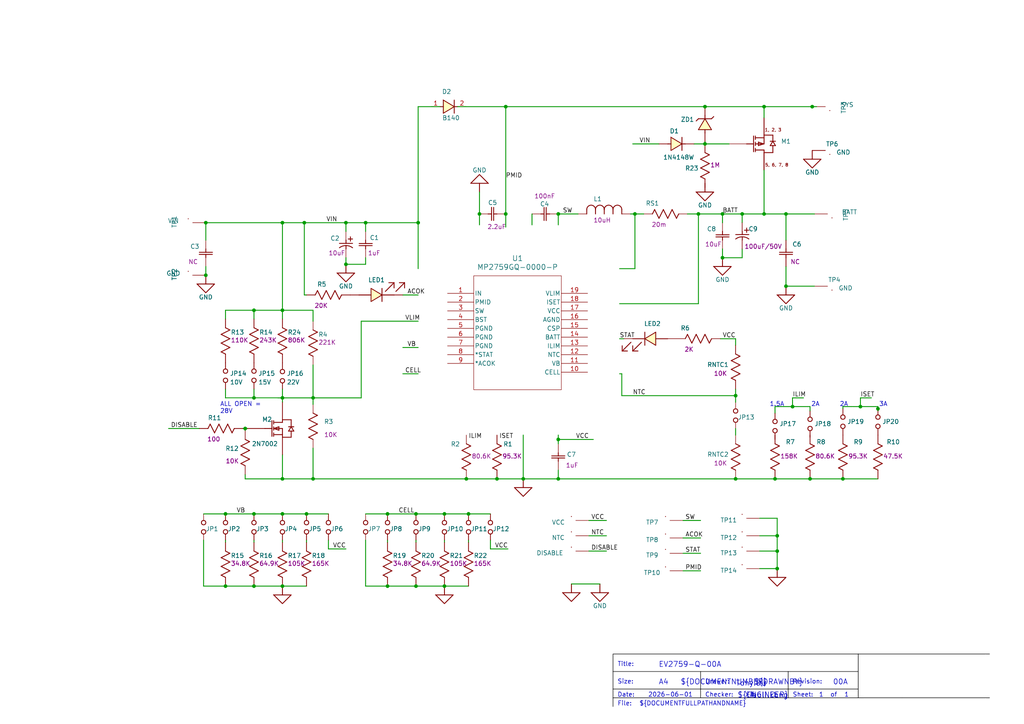
<source format=kicad_sch>
(kicad_sch (version 20230121) (generator eeschema)
  (paper "A4")
  (title_block (title "T-EV2639A-R-01A") (rev "01A"))
  (junction (at 135.89 149.0472))
  (junction (at 88.9 149.0472))
  (junction (at 112.395 149.0472))
  (junction (at 244.475 138.8872))
  (junction (at 81.915 170.0022))
  (junction (at 213.36 138.8872))
  (junction (at 100.33 64.5922))
  (junction (at 90.805 138.8872))
  (junction (at 73.66 115.3922))
  (junction (at 215.265 62.0522))
  (junction (at 221.615 30.9372))
  (junction (at 225.425 164.9222))
  (junction (at 81.915 115.3922))
  (junction (at 135.255 138.8872))
  (junction (at 73.66 149.0472))
  (junction (at 227.965 62.0522))
  (junction (at 249.555 117.9322))
  (junction (at 81.915 138.8872))
  (junction (at 146.685 62.0522))
  (junction (at 128.905 149.0472))
  (junction (at 106.045 64.5922))
  (junction (at 235.585 30.9372))
  (junction (at 254.635 118.5672))
  (junction (at 225.425 159.8422))
  (junction (at 81.915 89.9922))
  (junction (at 209.55 74.7522))
  (junction (at 71.12 124.2822))
  (junction (at 90.805 115.3922))
  (junction (at 227.965 83.0072))
  (junction (at 151.765 138.8872))
  (junction (at 121.285 64.5922))
  (junction (at 100.33 76.6572))
  (junction (at 161.925 138.8872))
  (junction (at 139.065 62.0522))
  (junction (at 146.685 30.9372))
  (junction (at 73.66 89.9922))
  (junction (at 224.79 138.8872))
  (junction (at 81.915 149.0472))
  (junction (at 202.565 62.0522))
  (junction (at 65.405 170.0022))
  (junction (at 81.915 64.5922))
  (junction (at 161.925 127.4572))
  (junction (at 204.47 30.9372))
  (junction (at 88.265 64.5922))
  (junction (at 128.905 170.0022))
  (junction (at 144.145 138.8872))
  (junction (at 234.95 138.8872))
  (junction (at 120.65 170.0022))
  (junction (at 204.47 41.7322))
  (junction (at 120.65 149.0472))
  (junction (at 59.69 79.8322))
  (junction (at 221.615 62.0522))
  (junction (at 209.55 62.0522))
  (junction (at 112.395 170.0022))
  (junction (at 161.925 62.0522))
  (junction (at 59.69 64.5922))
  (junction (at 225.425 155.3972))
  (junction (at 213.36 114.7572))
  (junction (at 65.405 149.0472))
  (junction (at 73.66 170.0022))
  (junction (at 229.87 117.9322))
  (junction (at 184.15 62.0522))
  (wire (pts (xy 73.66 92.5322) (xy 73.66 89.9922)) (stroke (width 0.254)))
  (wire (pts (xy 116.84 85.5472) (xy 121.285 85.5472)) (stroke (width 0.254)))
  (wire (pts (xy 165.735 169.3672) (xy 173.99 169.3672)) (stroke (width 0.254)))
  (wire (pts (xy 71.12 124.9172) (xy 71.12 124.2822)) (stroke (width 0.254)))
  (wire (pts (xy 213.36 112.8522) (xy 213.36 114.7572)) (stroke (width 0.254)))
  (wire (pts (xy 104.775 115.3922) (xy 90.805 115.3922)) (stroke (width 0.254)))
  (wire (pts (xy 161.925 136.3472) (xy 161.925 138.8872)) (stroke (width 0.254)))
  (wire (pts (xy 209.55 64.5922) (xy 209.55 62.0522)) (stroke (width 0.254)))
  (wire (pts (xy 90.805 138.8872) (xy 90.805 129.9972)) (stroke (width 0.254)))
  (wire (pts (xy 225.425 155.3972) (xy 225.425 159.8422)) (stroke (width 0.254)))
  (wire (pts (xy 73.66 156.6672) (xy 73.66 157.3022)) (stroke (width 0.254)))
  (wire (pts (xy 73.66 112.8522) (xy 73.66 115.3922)) (stroke (width 0.254)))
  (wire (pts (xy 121.285 77.9272) (xy 121.285 64.5922)) (stroke (width 0.254)))
  (wire (pts (xy 95.25 156.6672) (xy 95.25 159.2072)) (stroke (width 0.254)))
  (wire (pts (xy 204.47 41.7322) (xy 201.295 41.7322)) (stroke (width 0.254)))
  (wire (pts (xy 244.475 138.8872) (xy 254.635 138.8872)) (stroke (width 0.254)))
  (wire (pts (xy 227.965 77.2922) (xy 227.965 83.0072)) (stroke (width 0.254)))
  (wire (pts (xy 59.055 170.0022) (xy 65.405 170.0022)) (stroke (width 0.254)))
  (wire (pts (xy 135.255 138.8872) (xy 144.145 138.8872)) (stroke (width 0.254)))
  (wire (pts (xy 227.965 69.6722) (xy 227.965 62.0522)) (stroke (width 0.254)))
  (wire (pts (xy 81.915 149.0472) (xy 88.9 149.0472)) (stroke (width 0.254)))
  (wire (pts (xy 121.285 93.1672) (xy 104.775 93.1672)) (stroke (width 0.254)))
  (wire (pts (xy 161.925 127.4572) (xy 161.925 128.7272)) (stroke (width 0.254)))
  (wire (pts (xy 88.9 85.5472) (xy 88.265 85.5472)) (stroke (width 0.254)))
  (wire (pts (xy 224.79 138.8872) (xy 234.95 138.8872)) (stroke (width 0.254)))
  (wire (pts (xy 220.345 155.3972) (xy 225.425 155.3972)) (stroke (width 0.254)))
  (wire (pts (xy 121.285 30.9372) (xy 127.635 30.9372)) (stroke (width 0.254)))
  (wire (pts (xy 225.425 164.9222) (xy 220.345 164.9222)) (stroke (width 0.254)))
  (wire (pts (xy 59.69 64.5922) (xy 59.69 69.6722)) (stroke (width 0.254)))
  (wire (pts (xy 161.925 126.1872) (xy 161.925 127.4572)) (stroke (width 0.254)))
  (wire (pts (xy 120.65 170.0022) (xy 128.905 170.0022)) (stroke (width 0.254)))
  (wire (pts (xy 65.405 92.5322) (xy 65.405 89.9922)) (stroke (width 0.254)))
  (wire (pts (xy 202.565 62.0522) (xy 209.55 62.0522)) (stroke (width 0.254)))
  (wire (pts (xy 65.405 112.8522) (xy 65.405 115.3922)) (stroke (width 0.254)))
  (wire (pts (xy 48.895 124.2822) (xy 57.785 124.2822)) (stroke (width 0.254)))
  (polyline (pts (xy 203.2 194.7672) (xy 203.2 202.3872)) (stroke (width 0) (type solid) (color 0 0 0 1)))
  (wire (pts (xy 234.95 117.9322) (xy 234.95 119.2022)) (stroke (width 0.254)))
  (wire (pts (xy 184.15 62.0522) (xy 186.69 62.0522)) (stroke (width 0.254)))
  (wire (pts (xy 142.24 159.2072) (xy 147.32 159.2072)) (stroke (width 0.254)))
  (wire (pts (xy 70.485 124.2822) (xy 71.12 124.2822)) (stroke (width 0.254)))
  (wire (pts (xy 100.33 64.5922) (xy 88.265 64.5922)) (stroke (width 0.254)))
  (wire (pts (xy 121.285 64.5922) (xy 106.045 64.5922)) (stroke (width 0.254)))
  (wire (pts (xy 184.15 77.9272) (xy 184.15 62.0522)) (stroke (width 0.254)))
  (wire (pts (xy 81.915 64.5922) (xy 59.69 64.5922)) (stroke (width 0.254)))
  (wire (pts (xy 215.265 72.2122) (xy 215.265 74.7522)) (stroke (width 0.254)))
  (wire (pts (xy 112.395 170.0022) (xy 120.65 170.0022)) (stroke (width 0.254)))
  (wire (pts (xy 135.89 156.6672) (xy 135.89 157.3022)) (stroke (width 0.254)))
  (wire (pts (xy 112.395 156.6672) (xy 112.395 157.3022)) (stroke (width 0.254)))
  (wire (pts (xy 154.305 65.2272) (xy 154.305 62.0522)) (stroke (width 0.254)))
  (wire (pts (xy 65.405 170.0022) (xy 73.66 170.0022)) (stroke (width 0.254)))
  (wire (pts (xy 59.69 77.2922) (xy 59.69 79.8322)) (stroke (width 0.254)))
  (wire (pts (xy 88.265 64.5922) (xy 81.915 64.5922)) (stroke (width 0.254)))
  (wire (pts (xy 191.135 41.7322) (xy 183.515 41.7322)) (stroke (width 0.254)))
  (wire (pts (xy 209.55 62.0522) (xy 215.265 62.0522)) (stroke (width 0.254)))
  (wire (pts (xy 132.715 30.9372) (xy 146.685 30.9372)) (stroke (width 0.254)))
  (wire (pts (xy 213.36 124.2822) (xy 213.36 126.1872)) (stroke (width 0.254)))
  (wire (pts (xy 198.12 165.5572) (xy 203.2 165.5572)) (stroke (width 0.254)))
  (wire (pts (xy 167.64 62.0522) (xy 161.925 62.0522)) (stroke (width 0.254)))
  (wire (pts (xy 213.36 100.1522) (xy 213.36 98.2472)) (stroke (width 0.254)))
  (wire (pts (xy 106.045 149.0472) (xy 112.395 149.0472)) (stroke (width 0.254)))
  (wire (pts (xy 106.045 67.1322) (xy 106.045 64.5922)) (stroke (width 0.254)))
  (wire (pts (xy 142.24 156.6672) (xy 142.24 159.2072)) (stroke (width 0.254)))
  (wire (pts (xy 81.915 89.9922) (xy 90.805 89.9922)) (stroke (width 0.254)))
  (wire (pts (xy 234.95 138.8872) (xy 244.475 138.8872)) (stroke (width 0.254)))
  (wire (pts (xy 121.285 108.4072) (xy 116.84 108.4072)) (stroke (width 0.254)))
  (wire (pts (xy 121.285 64.5922) (xy 121.285 30.9372)) (stroke (width 0.254)))
  (wire (pts (xy 112.395 149.0472) (xy 120.65 149.0472)) (stroke (width 0.254)))
  (wire (pts (xy 249.555 115.3922) (xy 252.73 115.3922)) (stroke (width 0.254)))
  (wire (pts (xy 215.265 64.5922) (xy 215.265 62.0522)) (stroke (width 0.254)))
  (wire (pts (xy 106.045 156.6672) (xy 106.045 170.0022)) (stroke (width 0.254)))
  (wire (pts (xy 128.905 149.0472) (xy 135.89 149.0472)) (stroke (width 0.254)))
  (wire (pts (xy 211.455 41.7322) (xy 204.47 41.7322)) (stroke (width 0.254)))
  (wire (pts (xy 139.065 65.2272) (xy 139.065 62.0522)) (stroke (width 0.254)))
  (wire (pts (xy 224.79 117.9322) (xy 229.87 117.9322)) (stroke (width 0.254)))
  (wire (pts (xy 213.36 114.7572) (xy 213.36 116.6622)) (stroke (width 0.254)))
  (wire (pts (xy 254.635 117.9322) (xy 254.635 118.5672)) (stroke (width 0.254)))
  (wire (pts (xy 146.685 62.0522) (xy 146.685 30.9372)) (stroke (width 0.254)))
  (wire (pts (xy 215.265 62.0522) (xy 221.615 62.0522)) (stroke (width 0.254)))
  (wire (pts (xy 199.39 62.0522) (xy 202.565 62.0522)) (stroke (width 0.254)))
  (wire (pts (xy 71.12 124.2822) (xy 71.755 124.2822)) (stroke (width 0.254)))
  (wire (pts (xy 81.915 115.3922) (xy 81.915 116.6622)) (stroke (width 0.254)))
  (wire (pts (xy 81.915 131.9022) (xy 81.915 138.8872)) (stroke (width 0.254)))
  (wire (pts (xy 139.065 62.0522) (xy 139.065 55.7022)) (stroke (width 0.254)))
  (wire (pts (xy 198.12 156.0322) (xy 203.2 156.0322)) (stroke (width 0.254)))
  (wire (pts (xy 227.965 83.0072) (xy 236.22 83.0072)) (stroke (width 0.254)))
  (wire (pts (xy 182.88 62.0522) (xy 184.15 62.0522)) (stroke (width 0.254)))
  (wire (pts (xy 90.805 138.8872) (xy 135.255 138.8872)) (stroke (width 0.254)))
  (wire (pts (xy 229.87 115.3922) (xy 233.045 115.3922)) (stroke (width 0.254)))
  (wire (pts (xy 106.045 64.5922) (xy 100.33 64.5922)) (stroke (width 0.254)))
  (wire (pts (xy 135.89 149.0472) (xy 142.24 149.0472)) (stroke (width 0.254)))
  (wire (pts (xy 90.805 89.9922) (xy 90.805 93.1672)) (stroke (width 0.254)))
  (wire (pts (xy 213.36 98.2472) (xy 208.915 98.2472)) (stroke (width 0.254)))
  (wire (pts (xy 88.9 156.6672) (xy 88.9 157.3022)) (stroke (width 0.254)))
  (wire (pts (xy 95.25 159.2072) (xy 100.33 159.2072)) (stroke (width 0.254)))
  (wire (pts (xy 73.66 115.3922) (xy 81.915 115.3922)) (stroke (width 0.254)))
  (wire (pts (xy 198.12 160.4772) (xy 203.2 160.4772)) (stroke (width 0.254)))
  (wire (pts (xy 235.585 30.9372) (xy 236.855 30.9372)) (stroke (width 0.254)))
  (wire (pts (xy 244.475 118.5672) (xy 244.475 117.9322)) (stroke (width 0.254)))
  (polyline (pts (xy 177.8 194.7672) (xy 248.92 194.7672)) (stroke (width 0) (type solid) (color 0 0 0 1)))
  (wire (pts (xy 180.975 98.2472) (xy 179.705 98.2472)) (stroke (width 0.254)))
  (wire (pts (xy 224.79 119.8372) (xy 224.79 117.9322)) (stroke (width 0.254)))
  (wire (pts (xy 128.905 156.6672) (xy 128.905 157.3022)) (stroke (width 0.254)))
  (wire (pts (xy 146.685 30.9372) (xy 204.47 30.9372)) (stroke (width 0.254)))
  (polyline (pts (xy 261.62 202.3872) (xy 287.02 202.3872)) (stroke (width 0) (type solid) (color 0 0 0 1)))
  (wire (pts (xy 202.565 88.0872) (xy 202.565 62.0522)) (stroke (width 0.254)))
  (wire (pts (xy 227.965 62.0522) (xy 236.22 62.0522)) (stroke (width 0.254)))
  (wire (pts (xy 65.405 156.6672) (xy 65.405 157.3022)) (stroke (width 0.254)))
  (wire (pts (xy 254.635 118.5672) (xy 254.635 119.2022)) (stroke (width 0.254)))
  (wire (pts (xy 144.145 138.8872) (xy 151.765 138.8872)) (stroke (width 0.254)))
  (wire (pts (xy 170.815 159.8422) (xy 175.895 159.8422)) (stroke (width 0.254)))
  (wire (pts (xy 221.615 34.1122) (xy 221.615 30.9372)) (stroke (width 0.254)))
  (wire (pts (xy 81.915 112.8522) (xy 81.915 115.3922)) (stroke (width 0.254)))
  (wire (pts (xy 213.36 114.7572) (xy 180.34 114.7572)) (stroke (width 0.254)))
  (wire (pts (xy 90.805 115.3922) (xy 90.805 117.2972)) (stroke (width 0.254)))
  (polyline (pts (xy 248.92 189.6872) (xy 248.92 202.3872)) (stroke (width 0) (type solid) (color 0 0 0 1)))
  (wire (pts (xy 120.65 156.6672) (xy 120.65 157.3022)) (stroke (width 0.254)))
  (wire (pts (xy 161.925 127.4572) (xy 172.085 127.4572)) (stroke (width 0.254)))
  (wire (pts (xy 146.685 62.0522) (xy 146.685 65.8622)) (stroke (width 0.254)))
  (wire (pts (xy 81.915 89.9922) (xy 81.915 92.5322)) (stroke (width 0.254)))
  (wire (pts (xy 88.9 149.0472) (xy 95.25 149.0472)) (stroke (width 0.254)))
  (wire (pts (xy 65.405 89.9922) (xy 73.66 89.9922)) (stroke (width 0.254)))
  (wire (pts (xy 180.34 108.4072) (xy 179.705 108.4072)) (stroke (width 0.254)))
  (wire (pts (xy 170.815 150.9522) (xy 175.895 150.9522)) (stroke (width 0.254)))
  (wire (pts (xy 221.615 49.3522) (xy 221.615 62.0522)) (stroke (width 0.254)))
  (wire (pts (xy 73.66 149.0472) (xy 81.915 149.0472)) (stroke (width 0.254)))
  (wire (pts (xy 71.12 138.8872) (xy 71.12 137.6172)) (stroke (width 0.254)))
  (wire (pts (xy 179.705 77.9272) (xy 184.15 77.9272)) (stroke (width 0.254)))
  (wire (pts (xy 151.765 138.8872) (xy 151.765 126.1872)) (stroke (width 0.254)))
  (wire (pts (xy 225.425 150.3172) (xy 225.425 155.3972)) (stroke (width 0.254)))
  (wire (pts (xy 120.65 149.0472) (xy 128.905 149.0472)) (stroke (width 0.254)))
  (wire (pts (xy 161.925 138.8872) (xy 213.36 138.8872)) (stroke (width 0.254)))
  (wire (pts (xy 128.905 170.0022) (xy 135.89 170.0022)) (stroke (width 0.254)))
  (wire (pts (xy 229.87 117.9322) (xy 234.95 117.9322)) (stroke (width 0.254)))
  (wire (pts (xy 65.405 149.0472) (xy 73.66 149.0472)) (stroke (width 0.254)))
  (wire (pts (xy 100.33 74.7522) (xy 100.33 76.6572)) (stroke (width 0.254)))
  (wire (pts (xy 100.33 76.6572) (xy 106.045 76.6572)) (stroke (width 0.254)))
  (wire (pts (xy 249.555 117.9322) (xy 249.555 115.3922)) (stroke (width 0.254)))
  (wire (pts (xy 73.66 170.0022) (xy 81.915 170.0022)) (stroke (width 0.254)))
  (wire (pts (xy 90.805 115.3922) (xy 90.805 105.8672)) (stroke (width 0.254)))
  (wire (pts (xy 220.345 150.3172) (xy 225.425 150.3172)) (stroke (width 0.254)))
  (wire (pts (xy 215.265 74.7522) (xy 209.55 74.7522)) (stroke (width 0.254)))
  (wire (pts (xy 229.87 117.9322) (xy 229.87 115.3922)) (stroke (width 0.254)))
  (wire (pts (xy 204.47 41.7322) (xy 204.47 41.0972)) (stroke (width 0.254)))
  (wire (pts (xy 81.915 156.6672) (xy 81.915 157.3022)) (stroke (width 0.254)))
  (polyline (pts (xy 228.6 194.7672) (xy 228.6 202.3872)) (stroke (width 0) (type solid) (color 0 0 0 1)))
  (wire (pts (xy 81.915 138.8872) (xy 71.12 138.8872)) (stroke (width 0.254)))
  (wire (pts (xy 249.555 117.9322) (xy 254.635 117.9322)) (stroke (width 0.254)))
  (wire (pts (xy 221.615 62.0522) (xy 227.965 62.0522)) (stroke (width 0.254)))
  (wire (pts (xy 244.475 117.9322) (xy 249.555 117.9322)) (stroke (width 0.254)))
  (wire (pts (xy 88.265 85.5472) (xy 88.265 64.5922)) (stroke (width 0.254)))
  (wire (pts (xy 221.615 30.9372) (xy 235.585 30.9372)) (stroke (width 0.254)))
  (wire (pts (xy 59.055 156.6672) (xy 59.055 170.0022)) (stroke (width 0.254)))
  (wire (pts (xy 104.775 93.1672) (xy 104.775 115.3922)) (stroke (width 0.254)))
  (wire (pts (xy 180.34 114.7572) (xy 180.34 108.4072)) (stroke (width 0.254)))
  (wire (pts (xy 65.405 115.3922) (xy 73.66 115.3922)) (stroke (width 0.254)))
  (wire (pts (xy 81.915 170.0022) (xy 88.9 170.0022)) (stroke (width 0.254)))
  (wire (pts (xy 204.47 30.9372) (xy 221.615 30.9372)) (stroke (width 0.254)))
  (wire (pts (xy 170.815 155.3972) (xy 175.895 155.3972)) (stroke (width 0.254)))
  (wire (pts (xy 81.915 138.8872) (xy 90.805 138.8872)) (stroke (width 0.254)))
  (polyline (pts (xy 261.62 202.3872) (xy 177.8 202.3872)) (stroke (width 0) (type solid) (color 0 0 0 1)))
  (wire (pts (xy 81.915 64.5922) (xy 81.915 89.9922)) (stroke (width 0.254)))
  (wire (pts (xy 59.055 149.0472) (xy 65.405 149.0472)) (stroke (width 0.254)))
  (wire (pts (xy 220.345 159.8422) (xy 225.425 159.8422)) (stroke (width 0.254)))
  (wire (pts (xy 106.045 76.6572) (xy 106.045 74.7522)) (stroke (width 0.254)))
  (wire (pts (xy 161.925 62.0522) (xy 161.925 65.2272)) (stroke (width 0.254)))
  (wire (pts (xy 179.705 88.0872) (xy 202.565 88.0872)) (stroke (width 0.254)))
  (wire (pts (xy 225.425 159.8422) (xy 225.425 164.9222)) (stroke (width 0.254)))
  (polyline (pts (xy 177.8 199.8472) (xy 248.92 199.8472)) (stroke (width 0) (type solid) (color 0 0 0 1)))
  (wire (pts (xy 213.36 138.8872) (xy 224.79 138.8872)) (stroke (width 0.254)))
  (wire (pts (xy 121.285 100.7872) (xy 116.84 100.7872)) (stroke (width 0.254)))
  (wire (pts (xy 198.12 150.9522) (xy 203.2 150.9522)) (stroke (width 0.254)))
  (wire (pts (xy 106.045 170.0022) (xy 112.395 170.0022)) (stroke (width 0.254)))
  (wire (pts (xy 209.55 74.7522) (xy 209.55 72.2122)) (stroke (width 0.254)))
  (wire (pts (xy 151.765 138.8872) (xy 161.925 138.8872)) (stroke (width 0.254)))
  (wire (pts (xy 81.915 115.3922) (xy 90.805 115.3922)) (stroke (width 0.254)))
  (wire (pts (xy 73.66 89.9922) (xy 81.915 89.9922)) (stroke (width 0.254)))
  (wire (pts (xy 100.33 67.1322) (xy 100.33 64.5922)) (stroke (width 0.254)))
  (polyline (pts (xy 287.02 189.6872) (xy 177.8 189.6872) (xy 177.8 204.9272)) (stroke (width 0) (type solid) (color 0 0 0 1)))
  (image (at 268.2245 196.2472) (scale 1.51083))
  (text_box "ALL OPEN = 28V" (at 80.645 115.3922 0) (size -17.78 4.445) (stroke (width -0.0001) (color 0 0 0 1)) (fill (type color) (color 255 255 255 1)) (effects (font (size 1.27 1.27)) (justify left top)))
  (text_box "1.5A" (at 227.33 115.3922 0) (size -5.08 3.81) (stroke (width -0.0001) (color 0 0 0 1)) (fill (type color) (color 255 255 255 1)) (effects (font (size 1.27 1.27)) (justify left top)))
  (text_box "2A" (at 247.65 115.3922 0) (size -5.08 3.81) (stroke (width -0.0001) (color 0 0 0 1)) (fill (type color) (color 255 255 255 1)) (effects (font (size 1.27 1.27)) (justify left top)))
  (text_box "3A" (at 259.08 115.3922 0) (size -5.08 3.81) (stroke (width -0.0001) (color 0 0 0 1)) (fill (type color) (color 255 255 255 1)) (effects (font (size 1.27 1.27)) (justify left top)))
  (text_box "2A" (at 239.395 115.3922 0) (size -5.08 3.81) (stroke (width -0.0001) (color 0 0 0 1)) (fill (type color) (color 255 255 255 1)) (effects (font (size 1.27 1.27)) (justify left top)))
  (text "00A" (at 241.554 198.8312 0) (effects (font (size 1.524 1.524)) (justify left bottom)))
  (text "1" (at 237.49 202.3872 0) (effects (font (size 1.27 1.27)) (justify left bottom)))
  (text "of" (at 240.792 202.3872 0) (effects (font (size 1.27 1.27)) (justify left bottom)))
  (text "File:" (at 179.07 204.9272 0) (effects (font (size 1.27 1.27)) (justify left bottom)))
  (text "${##}" (at 224.028 202.3872 0) (effects (font (size 1.27 1.27)) (justify left bottom)))
  (text "${DOCUMENTNUMBER}" (at 197.358 198.8312 0) (effects (font (size 1.524 1.524)) (justify left bottom)))
  (text "1" (at 244.856 202.3872 0) (effects (font (size 1.27 1.27)) (justify left bottom)))
  (text "Xiaoli.kong" (at 215.9 202.6412 0) (effects (font (size 1.524 1.524)) (justify left bottom)))
  (text "${#}" (at 217.424 202.3872 0) (effects (font (size 1.27 1.27)) (justify left bottom)))
  (text "Drawer:" (at 204.47 198.5772 0) (effects (font (size 1.27 1.27)) (justify left bottom)))
  (text "${DOCUMENTFULLPATHANDNAME}" (at 185.42 204.9272 0) (effects (font (size 1.27 1.27)) (justify left bottom)))
  (text "${ENGINEER}" (at 213.868 202.6412 0) (effects (font (size 1.524 1.524)) (justify left bottom)))
  (text "${DRAWNBY}" (at 218.694 198.8312 0) (effects (font (size 1.524 1.524)) (justify left bottom)))
  (text "A4" (at 191.008 198.8312 0) (effects (font (size 1.524 1.524)) (justify left bottom)))
  (text "Checker:" (at 204.47 202.3872 0) (effects (font (size 1.27 1.27)) (justify left bottom)))
  (text "Size:" (at 179.07 198.5772 0) (effects (font (size 1.27 1.27)) (justify left bottom)))
  (text "Title:" (at 179.07 193.4972 0) (effects (font (size 1.27 1.27)) (justify left bottom)))
  (text "Revision:" (at 229.87 198.5772 0) (effects (font (size 1.27 1.27)) (justify left bottom)))
  (text "Sheet:" (at 229.87 202.3872 0) (effects (font (size 1.27 1.27)) (justify left bottom)))
  (text "Tony.Du" (at 213.36 199.2122 0) (effects (font (size 1.524 1.524)) (justify left bottom)))
  (text "Date:" (at 179.07 202.3872 0) (effects (font (size 1.27 1.27)) (justify left bottom)))
  (text "EV2759-Q-00A" (at 191.008 193.7512 0) (effects (font (size 1.524 1.524)) (justify left bottom)))
  (text "${CURRENT_DATE}" (at 187.96 202.3872 0) (effects (font (size 1.27 1.27)) (justify left bottom)))
  (label "SW" (at 163.195 62.0522 180))
  (label "ISET" (at 144.78 127.4572 180))
  (label "ILIM" (at 135.89 127.4572 180))
  (label "DISABLE" (at 171.45 159.8422 180))
  (label "STAT" (at 179.705 98.2472 180))
  (label "ACOK" (at 198.755 156.0322 180))
  (label "ISET" (at 249.555 115.3922 180))
  (label "VCC" (at 167.005 127.4572 180))
  (label "PMID" (at 146.685 51.8922 180))
  (label "VB" (at 68.58 149.0472 180))
  (label "VCC" (at 171.45 150.9522 180))
  (label "NTC" (at 183.515 114.7572 180))
  (label "VCC" (at 209.55 98.2472 180))
  (label "BATT" (at 209.55 62.0522 180))
  (label "PMID" (at 198.755 165.5572 180))
  (label "NTC" (at 171.45 155.3972 180))
  (label "CELL" (at 117.475 108.4072 180))
  (label "STAT" (at 198.755 160.4772 180))
  (label "ACOK" (at 118.11 85.5472 180))
  (label "VCC" (at 96.52 159.2072 180))
  (label "VIN" (at 94.615 64.5922 180))
  (label "VCC" (at 143.51 159.2072 180))
  (label "VIN" (at 185.42 41.7322 180))
  (label "SW" (at 198.755 150.9522 180))
  (label "CELL" (at 115.57 149.0472 180))
  (label "DISABLE" (at 49.53 124.2822 180))
  (label "ILIM" (at 229.87 115.3922 180))
  (label "VLIM" (at 117.475 93.1672 180))
  (label "VB" (at 118.11 100.7872 180))
  (symbol (lib_id "EV2759-Q-01A-altium-import:root_3_RES/0603") (at 73.66 92.5322 0) (unit 1)
    (property "Reference" "R14" (at 75.184 97.1042 0) (effects (justify left bottom)))
    (property "Value" "RES/0603" (effects hide))
    (property "Footprint" "Resistor_SMD:R_0603_1608Metric" (effects hide))
    (property "DISTRIBUTOR" "Digikey" (effects hide))
    (property "MANUFACTURER" "Yageo" (effects hide))
    (property "PACKAGE" "0603" (effects hide))
    (property "MANUFACTURER P/N" "9C06031A1203FKHFT" (effects hide))
    (property "DISTRIBUTOR P/N" "311-120KHCT-ND" (effects hide))
    (property "ALTIUM_VALUE" "243K" (at 75.184 99.3902 0) (effects (justify left bottom)))
    (property "PART NUMBER" "06.0395" (effects hide))
    (property "PID" "3058" (effects hide))
    (property "SPEC" "Film Resistor" (effects hide))
    (property "PART_NAME" "RC0603FR-07243KL" (effects hide))
    (property "MANUFACTURE" "Yageo" (effects hide))
    (property "MANUFACTURE_PN" "RC0603FR-07243KL" (effects hide))
    (property "STOCK_NUM" "3325" (effects hide))
    (property "OUT_NUM" "0" (effects hide))
    (property "AVAILABLE_NUM" "3325" (effects hide))
    (property "NOTE" "243k/1%" (effects hide))
  )
  (symbol (lib_id "EV2759-Q-01A-altium-import:root_1_CONN/TP") (at 220.345 164.9222 0) (unit 1)
    (property "Reference" "TP14" (at 208.915 166.1922 0) (effects (justify left bottom)))
    (property "Value" "GND" (effects hide))
    (property "Footprint" "TP_GND" (effects hide))
    (property "PACKAGE" "{Package}" (effects hide))
    (property "MANUFACTURER P/N" "{Manufacturer P/N}" (effects hide))
    (property "MANUFACTURER" "{Manufacturer}" (effects hide))
    (property "ALTIUM_VALUE" "*" (effects hide))
    (property "PART NUMBER" "17.0266" (effects hide))
    (property "PID" "24" (effects hide))
    (property "SPEC" "Connector" (effects hide))
    (property "PART_NAME" "1.0¹«Õë" (effects hide))
    (property "STOCK_NUM" "17583" (effects hide))
    (property "OUT_NUM" "0" (effects hide))
    (property "AVAILABLE_NUM" "17583" (effects hide))
    (property "CNAME" "Jiao Zhang" (effects hide))
    (property "CTIME" "2010/5/24 14:16:55" (effects hide))
    (property "UPNAME" "Jiao Zhang" (effects hide))
    (property "UPTIME" "2010/8/18 16:35:45" (effects hide))
    (property "REFER" "ÆÕÍ¨Æ÷¼þ" (effects hide))
  )
  (symbol (lib_id "EV2759-Q-01A-altium-import:root_1_CAP/1206") (at 59.69 77.2922 0) (unit 1)
    (property "Reference" "C3" (at 56.515 72.2122 0) (effects (justify bottom)))
    (property "Value" "CAP/1206" (effects hide))
    (property "Footprint" "Resistor_SMD:R_1206_3216Metric" (effects hide))
    (property "PACKAGE" "1206" (effects hide))
    (property "MANUFACTURER" "{Manufacturer}" (effects hide))
    (property "MANUFACTURER P/N" "{Manufacturer P/N}" (effects hide))
    (property "ALTIUM_VALUE" "NC" (at 54.61 76.6572 0) (effects (justify left bottom)))
    (property "PART NUMBER" "07.0545" (effects hide))
    (property "PID" "1968" (effects hide))
    (property "SPEC" "Ceramic Capacitor" (effects hide))
    (property "PART_NAME" "GRM31CR61H106KA12L" (effects hide))
    (property "MANUFACTURE" "muRata" (effects hide))
    (property "MANUFACTURE_PN" "GRM31CR61H106KA12L" (effects hide))
    (property "STOCK_NUM" "4229" (effects hide))
    (property "OUT_NUM" "250" (effects hide))
    (property "AVAILABLE_NUM" "3979" (effects hide))
    (property "NOTE" "10uF/50V/1206" (effects hide))
  )
  (symbol (lib_id "EV2759-Q-01A-altium-import:GND") (at 139.065 55.7022 180) (unit 1)
    (property "Reference" "#PWR?" (effects hide))
    (property "Value" "GND" (at 139.065 49.3522 0))
  )
  (symbol (lib_id "EV2759-Q-01A-altium-import:root_1_CONN/TP") (at 198.12 160.4772 0) (unit 1)
    (property "Reference" "TP9" (at 187.325 161.7472 0) (effects (justify left bottom)))
    (property "Value" "STAT" (effects hide))
    (property "Footprint" "CONN/TP" (effects hide))
    (property "PACKAGE" "{Package}" (effects hide))
    (property "MANUFACTURER P/N" "{Manufacturer P/N}" (effects hide))
    (property "MANUFACTURER" "{Manufacturer}" (effects hide))
    (property "ALTIUM_VALUE" "*" (effects hide))
    (property "PART NUMBER" "17.0266" (effects hide))
    (property "PID" "24" (effects hide))
    (property "SPEC" "Connector" (effects hide))
    (property "PART_NAME" "1.0¹«Õë" (effects hide))
    (property "STOCK_NUM" "17583" (effects hide))
    (property "OUT_NUM" "0" (effects hide))
    (property "AVAILABLE_NUM" "17583" (effects hide))
    (property "CNAME" "Jiao Zhang" (effects hide))
    (property "CTIME" "2010/5/24 14:16:55" (effects hide))
    (property "UPNAME" "Jiao Zhang" (effects hide))
    (property "UPTIME" "2010/8/18 16:35:45" (effects hide))
    (property "REFER" "ÆÕÍ¨Æ÷¼þ" (effects hide))
  )
  (symbol (lib_id "EV2759-Q-01A-altium-import:root_1_JUMPER/2P/DIP/2.54MM/C") (at 95.25 156.6672 0) (unit 1)
    (property "Reference" "JP6" (at 95.885 154.1272 0) (effects (justify left bottom)))
    (property "Value" "JUMPER/2P/DIP/2.54MM/C" (effects hide))
    (property "Footprint" "Connector_PinHeader_2.54mm:PinHeader_1x02_P2.54mm_Vertical" (effects hide))
    (property "MANUFACTURER P/N" "{Manufacturer P/N}" (effects hide))
    (property "MANUFACTURER" "{Manufacturer}" (effects hide))
    (property "PACKAGE" "{Package}" (effects hide))
    (property "ALTIUM_VALUE" "*" (effects hide))
    (property "PART NUMBER" "17.0018" (effects hide))
    (property "PID" "18" (effects hide))
    (property "SPEC" "Connector" (effects hide))
    (property "PART_" "2.54mm ¶Ì½Ó¿é" (effects hide))
    (property "MANUFACTURE_PN" "60900213421" (effects hide))
    (property "STOCK_NUM" "2698" (effects hide))
    (property "OUT_NUM" "400" (effects hide))
    (property "AVAILABLE_NUM" "2298" (effects hide))
    (property "CNAME" "Jiao Zhang" (effects hide))
    (property "CTIME" "2010/8/18 16:58:39" (effects hide))
    (property "UPNAME" "Jiao Zhang" (effects hide))
    (property "UPTIME" "2010/8/18 17:07:44" (effects hide))
    (property "REFER" "ÆÕÍ¨Æ÷¼þ" (effects hide))
  )
  (symbol (lib_id "EV2759-Q-01A-altium-import:root_0_RES/0603") (at 88.9 85.5472 0) (unit 1)
    (property "Reference" "R5" (at 93.345 81.7372 0) (effects (justify top)))
    (property "Value" "RES/0603" (effects hide))
    (property "Footprint" "Resistor_SMD:R_0603_1608Metric" (effects hide))
    (property "DISTRIBUTOR" "Digikey" (effects hide))
    (property "MANUFACTURER" "Yageo" (effects hide))
    (property "PACKAGE" "0603" (effects hide))
    (property "MANUFACTURER P/N" "9C06031A1203FKHFT" (effects hide))
    (property "DISTRIBUTOR P/N" "311-120KHCT-ND" (effects hide))
    (property "ALTIUM_VALUE" "20K" (at 91.186 89.3572 0) (effects (justify left bottom)))
    (property "PART NUMBER" "06.0292" (effects hide))
    (property "PID" "2955" (effects hide))
    (property "SPEC" "Film Resistor" (effects hide))
    (property "PART_NAME" "653610846CR03T03705NJ20K" (effects hide))
    (property "MANUFACTURE_PN" "653610846CR03T03705NJ20K" (effects hide))
    (property "STOCK_NUM" "812" (effects hide))
    (property "OUT_NUM" "0" (effects hide))
    (property "AVAILABLE_NUM" "812" (effects hide))
    (property "NOTE" "20k" (effects hide))
  )
  (symbol (lib_id "2023-11-02_00-46-25:MP2759GQ-0000-P") (at 129.794 85.09 0) (unit 1)
    (property "Reference" "U1" (at 150.114 74.93 0) (effects (font (size 1.524 1.524))))
    (property "Value" "MP2759GQ-0000-P" (at 150.114 77.47 0) (effects (font (size 1.524 1.524))))
    (property "Footprint" "QFN-19_MP2759_MNP" (effects hide))
    (property "Datasheet" "MP2759GQ-0000-P" (effects hide))
  )
  (symbol (lib_id "EV2759-Q-01A-altium-import:root_3_CAP/ELECT/DIP/OD5.3P2.0") (at 100.33 67.1322 0) (unit 1)
    (property "Reference" "C2" (at 97.155 68.4022 0) (effects (justify top)))
    (property "Value" "CAP/ELECT/DIP/OD5.3P2.0" (effects hide))
    (property "Footprint" "Capacitor_THT:CP_Radial_D5.0mm_P2.00mm" (effects hide))
    (property "PACKAGE" "DIP" (effects hide))
    (property "MANUFACTURER" "{Manufacturer}" (effects hide))
    (property "MANUFACTURER P/N" "{Manufacturer P/N}" (effects hide))
    (property "ALTIUM_VALUE" "10uF" (at 95.25 74.1172 0) (effects (justify left bottom)))
    (property "PART NUMBER" "07.0213" (effects hide))
    (property "PID" "1674" (effects hide))
    (property "SPEC" "Electrolytic Capacitor" (effects hide))
    (property "PART_NAME" "10uF/50V(YXA)(·Ç±ê)" (effects hide))
    (property "MANUFACTURE" "Rubycon" (effects hide))
    (property "STOCK_NUM" "356" (effects hide))
    (property "OUT_NUM" "80" (effects hide))
    (property "AVAILABLE_NUM" "276" (effects hide))
    (property "EPR_NOTE" "5*11.5½Å¾à2.5" (effects hide))
    (property "NOTE" "10uF/50V" (effects hide))
  )
  (symbol (lib_id "EV2759-Q-01A-altium-import:root_3_CONN/TP") (at 236.22 62.0522 0) (unit 1)
    (property "Reference" "TP5" (at 244.602 62.3062 90) (effects (justify top)))
    (property "Value" "BATT" (at 246.38 60.7822 0) (effects (justify top)))
    (property "Footprint" "CONN/2MM" (effects hide))
    (property "PACKAGE" "{Package}" (effects hide))
    (property "MANUFACTURER P/N" "{Manufacturer P/N}" (effects hide))
    (property "MANUFACTURER" "{Manufacturer}" (effects hide))
    (property "ALTIUM_VALUE" "*" (effects hide))
    (property "PART NUMBER" "17.0025" (effects hide))
    (property "PID" "25" (effects hide))
    (property "SPEC" "Connector" (effects hide))
    (property "PART_NAME" "2.0¹«Õë" (effects hide))
    (property "STOCK_NUM" "35550" (effects hide))
    (property "OUT_NUM" "1000" (effects hide))
    (property "AVAILABLE_NUM" "34550" (effects hide))
    (property "CNAME" "Jiao Zhang" (effects hide))
    (property "CTIME" "2010/5/24 14:17:26" (effects hide))
    (property "UPNAME" "Jiao Zhang" (effects hide))
    (property "UPTIME" "2010/8/18 16:36:42" (effects hide))
    (property "REFER" "ÆÕÍ¨Æ÷¼þ" (effects hide))
  )
  (symbol (lib_id "EV2759-Q-01A-altium-import:root_1_JUMPER/2P/DIP/2.54MM/C") (at 135.89 156.6672 0) (unit 1)
    (property "Reference" "JP11" (at 136.525 154.1272 0) (effects (justify left bottom)))
    (property "Value" "JUMPER/2P/DIP/2.54MM/C" (effects hide))
    (property "Footprint" "Connector_PinHeader_2.54mm:PinHeader_1x02_P2.54mm_Vertical" (effects hide))
    (property "MANUFACTURER P/N" "{Manufacturer P/N}" (effects hide))
    (property "MANUFACTURER" "{Manufacturer}" (effects hide))
    (property "PACKAGE" "{Package}" (effects hide))
    (property "ALTIUM_VALUE" "*" (effects hide))
    (property "PART NUMBER" "17.0018" (effects hide))
    (property "PID" "18" (effects hide))
    (property "SPEC" "Connector" (effects hide))
    (property "PART_" "2.54mm ¶Ì½Ó¿é" (effects hide))
    (property "MANUFACTURE_PN" "60900213421" (effects hide))
    (property "STOCK_NUM" "2698" (effects hide))
    (property "OUT_NUM" "400" (effects hide))
    (property "AVAILABLE_NUM" "2298" (effects hide))
    (property "CNAME" "Jiao Zhang" (effects hide))
    (property "CTIME" "2010/8/18 16:58:39" (effects hide))
    (property "UPNAME" "Jiao Zhang" (effects hide))
    (property "UPTIME" "2010/8/18 17:07:44" (effects hide))
    (property "REFER" "ÆÕÍ¨Æ÷¼þ" (effects hide))
  )
  (symbol (lib_id "EV2759-Q-01A-altium-import:root_3_CONN/TP") (at 236.22 83.0072 0) (unit 1)
    (property "Reference" "TP4" (at 240.164 81.8712 0) (effects (justify left bottom)))
    (property "Value" "GND" (at 243.205 84.2772 0) (effects (justify left bottom)))
    (property "Footprint" "CONN/2MM" (effects hide))
    (property "PACKAGE" "{Package}" (effects hide))
    (property "MANUFACTURER P/N" "{Manufacturer P/N}" (effects hide))
    (property "MANUFACTURER" "{Manufacturer}" (effects hide))
    (property "ALTIUM_VALUE" "*" (effects hide))
    (property "PART NUMBER" "17.0025" (effects hide))
    (property "PID" "25" (effects hide))
    (property "SPEC" "Connector" (effects hide))
    (property "PART_NAME" "2.0¹«Õë" (effects hide))
    (property "STOCK_NUM" "35550" (effects hide))
    (property "OUT_NUM" "1000" (effects hide))
    (property "AVAILABLE_NUM" "34550" (effects hide))
    (property "CNAME" "Jiao Zhang" (effects hide))
    (property "CTIME" "2010/5/24 14:17:26" (effects hide))
    (property "UPNAME" "Jiao Zhang" (effects hide))
    (property "UPTIME" "2010/8/18 16:36:42" (effects hide))
    (property "REFER" "ÆÕÍ¨Æ÷¼þ" (effects hide))
  )
  (symbol (lib_id "EV2759-Q-01A-altium-import:root_3_RES/0603") (at 213.36 100.1522 0) (unit 1)
    (property "Reference" "RNTC1" (at 205.105 106.5022 0) (effects (justify left bottom)))
    (property "Value" "RES/0603" (effects hide))
    (property "Footprint" "Resistor_SMD:R_0603_1608Metric" (effects hide))
    (property "DISTRIBUTOR" "Digikey" (effects hide))
    (property "MANUFACTURER" "Yageo" (effects hide))
    (property "PACKAGE" "0603" (effects hide))
    (property "MANUFACTURER P/N" "9C06031A1203FKHFT" (effects hide))
    (property "DISTRIBUTOR P/N" "311-120KHCT-ND" (effects hide))
    (property "ALTIUM_VALUE" "10K" (at 207.01 109.0422 0) (effects (justify left bottom)))
    (property "PART NUMBER" "06.0112" (effects hide))
    (property "PID" "2792" (effects hide))
    (property "SPEC" "Film Resistor" (effects hide))
    (property "PART_NAME" "RC0603FR-0710KL" (effects hide))
    (property "MANUFACTURE" "Yageo" (effects hide))
    (property "MANUFACTURE_PN" "RC0603FR-0710KL" (effects hide))
    (property "STOCK_NUM" "21429" (effects hide))
    (property "OUT_NUM" "2490" (effects hide))
    (property "AVAILABLE_NUM" "18939" (effects hide))
    (property "NOTE" "10k/1%" (effects hide))
  )
  (symbol (lib_id "EV2759-Q-01A-altium-import:root_1_RES/0603") (at 71.12 137.6172 0) (unit 1)
    (property "Reference" "R12" (at 67.31 129.3622 0) (effects (justify top)))
    (property "Value" "RES/0603" (effects hide))
    (property "Footprint" "Resistor_SMD:R_0603_1608Metric" (effects hide))
    (property "DISTRIBUTOR" "Digikey" (effects hide))
    (property "MANUFACTURER" "Yageo" (effects hide))
    (property "PACKAGE" "0603" (effects hide))
    (property "MANUFACTURER P/N" "9C06031A1203FKHFT" (effects hide))
    (property "DISTRIBUTOR P/N" "311-120KHCT-ND" (effects hide))
    (property "ALTIUM_VALUE" "10K" (at 65.405 134.4422 0) (effects (justify left bottom)))
    (property "PART NUMBER" "06.0284" (effects hide))
    (property "PID" "2947" (effects hide))
    (property "SPEC" "Film Resistor" (effects hide))
    (property "PART_NAME" "RC0603JR-0710K" (effects hide))
    (property "MANUFACTURE" "Yageo" (effects hide))
    (property "MANUFACTURE_PN" "RC0603JR-0710K" (effects hide))
    (property "STOCK_NUM" "9128" (effects hide))
    (property "OUT_NUM" "770" (effects hide))
    (property "AVAILABLE_NUM" "8358" (effects hide))
    (property "NOTE" "10k" (effects hide))
  )
  (symbol (lib_id "EV2759-Q-01A-altium-import:root_1_CONN/TP") (at 170.815 159.8422 0) (unit 1)
    (property "Reference" "DISABLE" (at 155.575 161.1122 0) (effects (justify left bottom)))
    (property "Value" "NTC" (effects hide))
    (property "Footprint" "CONN/TP" (effects hide))
    (property "PACKAGE" "{Package}" (effects hide))
    (property "MANUFACTURER P/N" "{Manufacturer P/N}" (effects hide))
    (property "MANUFACTURER" "{Manufacturer}" (effects hide))
    (property "ALTIUM_VALUE" "*" (effects hide))
    (property "PART NUMBER" "17.0024" (effects hide))
    (property "PID" "24" (effects hide))
    (property "SPEC" "Connector" (effects hide))
    (property "PART_NAME" "1.0¹«Õë" (effects hide))
    (property "STOCK_NUM" "17583" (effects hide))
    (property "OUT_NUM" "0" (effects hide))
    (property "AVAILABLE_NUM" "17583" (effects hide))
    (property "CNAME" "Jiao Zhang" (effects hide))
    (property "CTIME" "2010/5/24 14:16:55" (effects hide))
    (property "UPNAME" "Jiao Zhang" (effects hide))
    (property "UPTIME" "2010/8/18 16:35:45" (effects hide))
    (property "REFER" "ÆÕÍ¨Æ÷¼þ" (effects hide))
  )
  (symbol (lib_id "EV2759-Q-01A-altium-import:root_1_JUMPER/2P/DIP/2.54MM/C") (at 65.405 156.6672 0) (unit 1)
    (property "Reference" "JP2" (at 66.04 154.1272 0) (effects (justify left bottom)))
    (property "Value" "JUMPER/2P/DIP/2.54MM/C" (effects hide))
    (property "Footprint" "Connector_PinHeader_2.54mm:PinHeader_1x02_P2.54mm_Vertical" (effects hide))
    (property "MANUFACTURER P/N" "{Manufacturer P/N}" (effects hide))
    (property "MANUFACTURER" "{Manufacturer}" (effects hide))
    (property "PACKAGE" "{Package}" (effects hide))
    (property "ALTIUM_VALUE" "*" (effects hide))
    (property "PART NUMBER" "17.0018" (effects hide))
    (property "PID" "18" (effects hide))
    (property "SPEC" "Connector" (effects hide))
    (property "PART_" "2.54mm ¶Ì½Ó¿é" (effects hide))
    (property "MANUFACTURE_PN" "60900213421" (effects hide))
    (property "STOCK_NUM" "2698" (effects hide))
    (property "OUT_NUM" "400" (effects hide))
    (property "AVAILABLE_NUM" "2298" (effects hide))
    (property "CNAME" "Jiao Zhang" (effects hide))
    (property "CTIME" "2010/8/18 16:58:39" (effects hide))
    (property "UPNAME" "Jiao Zhang" (effects hide))
    (property "UPTIME" "2010/8/18 17:07:44" (effects hide))
    (property "REFER" "ÆÕÍ¨Æ÷¼þ" (effects hide))
  )
  (symbol (lib_id "EV2759-Q-01A-altium-import:root_3_RES/0603") (at 65.405 157.3022 0) (unit 1)
    (property "Reference" "R15" (at 66.929 161.8742 0) (effects (justify left bottom)))
    (property "Value" "RES/0603" (effects hide))
    (property "Footprint" "RES/0603" (effects hide))
    (property "DISTRIBUTOR" "Digikey" (effects hide))
    (property "MANUFACTURER" "Yageo" (effects hide))
    (property "PACKAGE" "0603" (effects hide))
    (property "MANUFACTURER P/N" "9C06031A1203FKHFT" (effects hide))
    (property "DISTRIBUTOR P/N" "311-120KHCT-ND" (effects hide))
    (property "ALTIUM_VALUE" "34.8K" (at 66.929 164.1602 0) (effects (justify left bottom)))
    (property "PART NUMBER" "06.0164" (effects hide))
    (property "PID" "2844" (effects hide))
    (property "SPEC" "Film Resistor" (effects hide))
    (property "PART_NAME" "RC0603FR-0734K8L" (effects hide))
    (property "MANUFACTURE" "Yageo" (effects hide))
    (property "MANUFACTURE_PN" "RC0603FR-0734K8L" (effects hide))
    (property "STOCK_NUM" "8255" (effects hide))
    (property "OUT_NUM" "0" (effects hide))
    (property "AVAILABLE_NUM" "8255" (effects hide))
    (property "NOTE" "34.8k/1%" (effects hide))
  )
  (symbol (lib_id "EV2759-Q-01A-altium-import:GND") (at 59.69 79.8322 0) (unit 1)
    (property "Reference" "#PWR?" (effects hide))
    (property "Value" "GND" (at 59.69 86.1822 0))
  )
  (symbol (lib_id "EV2759-Q-01A-altium-import:root_2_mirrored_AM4417P") (at 211.455 41.7322 0) (unit 1)
    (property "Reference" "M1" (at 227.965 41.7322 0) (effects (justify bottom)))
    (property "Value" "AM4417P" (effects hide))
    (property "Footprint" "MOS/SO8" (effects hide))
    (property "PACKAGE" "SO-8" (effects hide))
    (property "MANUFACTURER" "{Manufacturer}" (effects hide))
    (property "MANUFACTURER P/N" "{Manufacturer P/N}" (effects hide))
    (property "ALTIUM_VALUE" "AM4417P" (effects hide))
    (property "PART NUMBER" "09.0050" (effects hide))
    (property "PID" "235" (effects hide))
    (property "SPEC" "P-Channel Mosfet" (effects hide))
    (property "PART_NAME" "AM4417P" (effects hide))
    (property "MANUFACTURE" "Analog Power" (effects hide))
    (property "MANUFACTURE_PN" "AM4417P" (effects hide))
    (property "STOCK_NUM" "-188" (effects hide))
    (property "OUT_NUM" "420" (effects hide))
    (property "AVAILABLE_NUM" "-608" (effects hide))
    (property "ALTIUM_UNNAMED_1" "ÊµÑéÊÒÓÐ±¸´æ" (effects hide))
    (property "CNAME" "Yan Zhang" (effects hide))
    (property "CTIME" "2010/10/14 11:38:58" (effects hide))
    (property "UPNAME" "Yan Zhang" (effects hide))
    (property "UPTIME" "2010/10/14 11:38:58" (effects hide))
    (property "REFERENC" "ÓÅÑ¡Æ÷¼þ" (effects hide))
  )
  (symbol (lib_id "EV2759-Q-01A-altium-import:GND") (at 204.47 53.1622 0) (unit 1)
    (property "Reference" "#PWR?" (effects hide))
    (property "Value" "GND" (at 204.47 59.5122 0))
  )
  (symbol (lib_id "EV2759-Q-01A-altium-import:root_3_RES/0603") (at 135.89 157.3022 0) (unit 1)
    (property "Reference" "R22" (at 137.414 161.8742 0) (effects (justify left bottom)))
    (property "Value" "RES/0603" (effects hide))
    (property "Footprint" "RES/0603" (effects hide))
    (property "DISTRIBUTOR" "Digikey" (effects hide))
    (property "MANUFACTURER" "Yageo" (effects hide))
    (property "PACKAGE" "0603" (effects hide))
    (property "MANUFACTURER P/N" "9C06031A1203FKHFT" (effects hide))
    (property "DISTRIBUTOR P/N" "311-120KHCT-ND" (effects hide))
    (property "ALTIUM_VALUE" "165K" (at 137.414 164.1602 0) (effects (justify left bottom)))
    (property "PART NUMBER" "06.0384" (effects hide))
    (property "PID" "3047" (effects hide))
    (property "SPEC" "Film Resistor" (effects hide))
    (property "PART_NAME" "RC0603FR-07165KL" (effects hide))
    (property "MANUFACTURE" "Yageo" (effects hide))
    (property "MANUFACTURE_PN" "RC0603FR-07165KL" (effects hide))
    (property "STOCK_NUM" "6026" (effects hide))
    (property "OUT_NUM" "0" (effects hide))
    (property "AVAILABLE_NUM" "6026" (effects hide))
    (property "NOTE" "165k/1%" (effects hide))
  )
  (symbol (lib_id "EV2759-Q-01A-altium-import:root_3_RES/0603") (at 128.905 157.3022 0) (unit 1)
    (property "Reference" "R21" (at 130.429 161.8742 0) (effects (justify left bottom)))
    (property "Value" "RES/0603" (effects hide))
    (property "Footprint" "RES/0603" (effects hide))
    (property "DISTRIBUTOR" "Digikey" (effects hide))
    (property "MANUFACTURER" "Yageo" (effects hide))
    (property "PACKAGE" "0603" (effects hide))
    (property "MANUFACTURER P/N" "9C06031A1203FKHFT" (effects hide))
    (property "DISTRIBUTOR P/N" "311-120KHCT-ND" (effects hide))
    (property "ALTIUM_VALUE" "105K" (at 130.429 164.1602 0) (effects (justify left bottom)))
    (property "PART NUMBER" "06.0210" (effects hide))
    (property "PID" "2890" (effects hide))
    (property "SPEC" "Film Resistor" (effects hide))
    (property "PART_NAME" "RC0603FR-07105KL" (effects hide))
    (property "MANUFACTURE" "Yageo" (effects hide))
    (property "MANUFACTURE_PN" "RC0603FR-07105KL" (effects hide))
    (property "STOCK_NUM" "3741" (effects hide))
    (property "OUT_NUM" "0" (effects hide))
    (property "AVAILABLE_NUM" "3741" (effects hide))
    (property "NOTE" "105k/1%" (effects hide))
  )
  (symbol (lib_id "EV2759-Q-01A-altium-import:GND") (at 100.33 76.6572 0) (unit 1)
    (property "Reference" "#PWR?" (effects hide))
    (property "Value" "GND" (at 100.33 83.0072 0))
  )
  (symbol (lib_id "EV2759-Q-01A-altium-import:root_1_CONN/TP") (at 220.345 155.3972 0) (unit 1)
    (property "Reference" "TP12" (at 208.915 156.6672 0) (effects (justify left bottom)))
    (property "Value" "GND" (effects hide))
    (property "Footprint" "TP_GND" (effects hide))
    (property "PACKAGE" "{Package}" (effects hide))
    (property "MANUFACTURER P/N" "{Manufacturer P/N}" (effects hide))
    (property "MANUFACTURER" "{Manufacturer}" (effects hide))
    (property "ALTIUM_VALUE" "*" (effects hide))
    (property "PART NUMBER" "17.0266" (effects hide))
    (property "PID" "24" (effects hide))
    (property "SPEC" "Connector" (effects hide))
    (property "PART_NAME" "1.0¹«Õë" (effects hide))
    (property "STOCK_NUM" "17583" (effects hide))
    (property "OUT_NUM" "0" (effects hide))
    (property "AVAILABLE_NUM" "17583" (effects hide))
    (property "CNAME" "Jiao Zhang" (effects hide))
    (property "CTIME" "2010/5/24 14:16:55" (effects hide))
    (property "UPNAME" "Jiao Zhang" (effects hide))
    (property "UPTIME" "2010/8/18 16:35:45" (effects hide))
    (property "REFER" "ÆÕÍ¨Æ÷¼þ" (effects hide))
  )
  (symbol (lib_id "EV2759-Q-01A-altium-import:root_3_RES/0603") (at 88.9 157.3022 0) (unit 1)
    (property "Reference" "R18" (at 90.424 161.8742 0) (effects (justify left bottom)))
    (property "Value" "RES/0603" (effects hide))
    (property "Footprint" "RES/0603" (effects hide))
    (property "DISTRIBUTOR" "Digikey" (effects hide))
    (property "MANUFACTURER" "Yageo" (effects hide))
    (property "PACKAGE" "0603" (effects hide))
    (property "MANUFACTURER P/N" "9C06031A1203FKHFT" (effects hide))
    (property "DISTRIBUTOR P/N" "311-120KHCT-ND" (effects hide))
    (property "ALTIUM_VALUE" "165K" (at 90.424 164.1602 0) (effects (justify left bottom)))
    (property "PART NUMBER" "06.0384" (effects hide))
    (property "PID" "3047" (effects hide))
    (property "SPEC" "Film Resistor" (effects hide))
    (property "PART_NAME" "RC0603FR-07165KL" (effects hide))
    (property "MANUFACTURE" "Yageo" (effects hide))
    (property "MANUFACTURE_PN" "RC0603FR-07165KL" (effects hide))
    (property "STOCK_NUM" "6026" (effects hide))
    (property "OUT_NUM" "0" (effects hide))
    (property "AVAILABLE_NUM" "6026" (effects hide))
    (property "NOTE" "165k/1%" (effects hide))
  )
  (symbol (lib_id "EV2759-Q-01A-altium-import:root_1_CONN/TP") (at 198.12 156.0322 0) (unit 1)
    (property "Reference" "TP8" (at 187.325 157.3022 0) (effects (justify left bottom)))
    (property "Value" "ACOK" (effects hide))
    (property "Footprint" "CONN/TP" (effects hide))
    (property "PACKAGE" "{Package}" (effects hide))
    (property "MANUFACTURER P/N" "{Manufacturer P/N}" (effects hide))
    (property "MANUFACTURER" "{Manufacturer}" (effects hide))
    (property "ALTIUM_VALUE" "*" (effects hide))
    (property "PART NUMBER" "17.0266" (effects hide))
    (property "PID" "24" (effects hide))
    (property "SPEC" "Connector" (effects hide))
    (property "PART_NAME" "1.0¹«Õë" (effects hide))
    (property "STOCK_NUM" "17583" (effects hide))
    (property "OUT_NUM" "0" (effects hide))
    (property "AVAILABLE_NUM" "17583" (effects hide))
    (property "CNAME" "Jiao Zhang" (effects hide))
    (property "CTIME" "2010/5/24 14:16:55" (effects hide))
    (property "UPNAME" "Jiao Zhang" (effects hide))
    (property "UPTIME" "2010/8/18 16:35:45" (effects hide))
    (property "REFER" "ÆÕÍ¨Æ÷¼þ" (effects hide))
  )
  (symbol (lib_id "EV2759-Q-01A-altium-import:root_1_JUMPER/2P/DIP/2.54MM/C") (at 88.9 156.6672 0) (unit 1)
    (property "Reference" "JP5" (at 89.535 154.1272 0) (effects (justify left bottom)))
    (property "Value" "JUMPER/2P/DIP/2.54MM/C" (effects hide))
    (property "Footprint" "Connector_PinHeader_2.54mm:PinHeader_1x02_P2.54mm_Vertical" (effects hide))
    (property "MANUFACTURER P/N" "{Manufacturer P/N}" (effects hide))
    (property "MANUFACTURER" "{Manufacturer}" (effects hide))
    (property "PACKAGE" "{Package}" (effects hide))
    (property "ALTIUM_VALUE" "*" (effects hide))
    (property "PART NUMBER" "17.0018" (effects hide))
    (property "PID" "18" (effects hide))
    (property "SPEC" "Connector" (effects hide))
    (property "PART_" "2.54mm ¶Ì½Ó¿é" (effects hide))
    (property "MANUFACTURE_PN" "60900213421" (effects hide))
    (property "STOCK_NUM" "2698" (effects hide))
    (property "OUT_NUM" "400" (effects hide))
    (property "AVAILABLE_NUM" "2298" (effects hide))
    (property "CNAME" "Jiao Zhang" (effects hide))
    (property "CTIME" "2010/8/18 16:58:39" (effects hide))
    (property "UPNAME" "Jiao Zhang" (effects hide))
    (property "UPTIME" "2010/8/18 17:07:44" (effects hide))
    (property "REFER" "ÆÕÍ¨Æ÷¼þ" (effects hide))
  )
  (symbol (lib_id "EV2759-Q-01A-altium-import:root_3_CONN/TP") (at 235.585 43.6372 0) (unit 1)
    (property "Reference" "TP6" (at 239.529 42.5012 0) (effects (justify left bottom)))
    (property "Value" "GND" (at 242.57 44.9072 0) (effects (justify left bottom)))
    (property "Footprint" "CONN/2MM" (effects hide))
    (property "PACKAGE" "{Package}" (effects hide))
    (property "MANUFACTURER P/N" "{Manufacturer P/N}" (effects hide))
    (property "MANUFACTURER" "{Manufacturer}" (effects hide))
    (property "ALTIUM_VALUE" "*" (effects hide))
    (property "PART NUMBER" "17.0025" (effects hide))
    (property "PID" "25" (effects hide))
    (property "SPEC" "Connector" (effects hide))
    (property "PART_NAME" "2.0¹«Õë" (effects hide))
    (property "STOCK_NUM" "35550" (effects hide))
    (property "OUT_NUM" "1000" (effects hide))
    (property "AVAILABLE_NUM" "34550" (effects hide))
    (property "CNAME" "Jiao Zhang" (effects hide))
    (property "CTIME" "2010/5/24 14:17:26" (effects hide))
    (property "UPNAME" "Jiao Zhang" (effects hide))
    (property "UPTIME" "2010/8/18 16:36:42" (effects hide))
    (property "REFER" "ÆÕÍ¨Æ÷¼þ" (effects hide))
  )
  (symbol (lib_id "EV2759-Q-01A-altium-import:root_1_CONN/TP") (at 220.345 159.8422 0) (unit 1)
    (property "Reference" "TP13" (at 208.915 161.1122 0) (effects (justify left bottom)))
    (property "Value" "GND" (effects hide))
    (property "Footprint" "TP_GND" (effects hide))
    (property "PACKAGE" "{Package}" (effects hide))
    (property "MANUFACTURER P/N" "{Manufacturer P/N}" (effects hide))
    (property "MANUFACTURER" "{Manufacturer}" (effects hide))
    (property "ALTIUM_VALUE" "*" (effects hide))
    (property "PART NUMBER" "17.0266" (effects hide))
    (property "PID" "24" (effects hide))
    (property "SPEC" "Connector" (effects hide))
    (property "PART_NAME" "1.0¹«Õë" (effects hide))
    (property "STOCK_NUM" "17583" (effects hide))
    (property "OUT_NUM" "0" (effects hide))
    (property "AVAILABLE_NUM" "17583" (effects hide))
    (property "CNAME" "Jiao Zhang" (effects hide))
    (property "CTIME" "2010/5/24 14:16:55" (effects hide))
    (property "UPNAME" "Jiao Zhang" (effects hide))
    (property "UPTIME" "2010/8/18 16:35:45" (effects hide))
    (property "REFER" "ÆÕÍ¨Æ÷¼þ" (effects hide))
  )
  (symbol (lib_id "EV2759-Q-01A-altium-import:root_3_CAP/ELECT/DIP/OD8.0P3.5") (at 215.265 64.5922 0) (unit 1)
    (property "Reference" "C9" (at 218.44 67.1322 0) (effects (justify bottom)))
    (property "Value" "CAP/ELECT/DIP/OD8.0P3.5" (effects hide))
    (property "Footprint" "Capacitor_THT:CP_Radial_D8.0mm_P3.50mm" (effects hide))
    (property "PACKAGE" "DIP" (effects hide))
    (property "MANUFACTURER" "{Manufacturer}" (effects hide))
    (property "MANUFACTURER P/N" "{Manufacturer P/N}" (effects hide))
    (property "ALTIUM_VALUE" "100uF/50V" (at 215.9 72.2122 0) (effects (justify left bottom)))
    (property "PART NUMBER" "07.0348" (effects hide))
    (property "PID" "1809" (effects hide))
    (property "SPEC" "Electrolytic Capacitor" (effects hide))
    (property "PART_NAME" "50YXF100MEFC" (effects hide))
    (property "MANUFACTURE" "Rubycon" (effects hide))
    (property "MANUFACTURE_PN" "50YXF100MEFC" (effects hide))
    (property "STOCK_NUM" "595" (effects hide))
    (property "OUT_NUM" "0" (effects hide))
    (property "AVAILABLE_NUM" "595" (effects hide))
    (property "NOTE" "100uF/50V" (effects hide))
    (property "EPR_NOTE" "8*11.5½Å¾à2.5" (effects hide))
  )
  (symbol (lib_id "EV2759-Q-01A-altium-import:root_3_RES/0603") (at 120.65 157.3022 0) (unit 1)
    (property "Reference" "R20" (at 122.174 161.8742 0) (effects (justify left bottom)))
    (property "Value" "RES/0603" (effects hide))
    (property "Footprint" "RES/0603" (effects hide))
    (property "DISTRIBUTOR" "Digikey" (effects hide))
    (property "MANUFACTURER" "Yageo" (effects hide))
    (property "PACKAGE" "0603" (effects hide))
    (property "MANUFACTURER P/N" "9C06031A1203FKHFT" (effects hide))
    (property "DISTRIBUTOR P/N" "311-120KHCT-ND" (effects hide))
    (property "ALTIUM_VALUE" "64.9K" (at 122.174 164.1602 0) (effects (justify left bottom)))
    (property "PART NUMBER" "06.0190" (effects hide))
    (property "PID" "2870" (effects hide))
    (property "SPEC" "Film Resistor" (effects hide))
    (property "PART_NAME" "RC0603FR-0764K9L" (effects hide))
    (property "MANUFACTURE" "Yageo" (effects hide))
    (property "MANUFACTURE_PN" "RC0603FR-0764K9L" (effects hide))
    (property "STOCK_NUM" "8298" (effects hide))
    (property "OUT_NUM" "0" (effects hide))
    (property "AVAILABLE_NUM" "8298" (effects hide))
    (property "NOTE" "64.9k/1%" (effects hide))
  )
  (symbol (lib_id "EV2759-Q-01A-altium-import:root_2_DIODES/SOD-123") (at 201.295 41.7322 0) (unit 1)
    (property "Reference" "D1" (at 195.58 37.2872 0) (effects (justify top)))
    (property "Value" "1N4148W" (at 196.85 44.9072 0) (effects (justify top)))
    (property "Footprint" "Diode_SMD:D_SOD-123" (effects hide))
    (property "ALTIUM_VALUE" "1N4148W" (effects hide))
    (property "PART NUMBER" "05.0071" (effects hide))
    (property "PID" "640" (effects hide))
    (property "SPEC" "Diode" (effects hide))
    (property "PART_NAME" "1N4148W" (effects hide))
    (property "PACKAGE" "SOD-123" (effects hide))
    (property "MANUFACTURE" "Diodes" (effects hide))
    (property "MANUFACTURE_PN" "1N4148W" (effects hide))
    (property "STOCK_NUM" "7560" (effects hide))
    (property "OUT_NUM" "1210" (effects hide))
    (property "AVAILABLE_NUM" "6350" (effects hide))
    (property "NOTE" "1N4148W/75V/0.15A" (effects hide))
  )
  (symbol (lib_id "EV2759-Q-01A-altium-import:GND") (at 173.99 169.3672 0) (unit 1)
    (property "Reference" "#PWR?" (effects hide))
    (property "Value" "GND" (at 173.99 175.7172 0))
  )
  (symbol (lib_id "EV2759-Q-01A-altium-import:root_2_CAP/1206") (at 146.685 62.0522 0) (unit 1)
    (property "Reference" "C5" (at 142.875 59.5122 0) (effects (justify bottom)))
    (property "Value" "CAP/1206" (effects hide))
    (property "Footprint" "Capacitor_SMD:C_1206_3216Metric" (effects hide))
    (property "PACKAGE" "1206" (effects hide))
    (property "MANUFACTURER" "{Manufacturer}" (effects hide))
    (property "MANUFACTURER P/N" "{Manufacturer P/N}" (effects hide))
    (property "ALTIUM_VALUE" "2.2uF" (at 141.326 66.4972 0) (effects (justify left bottom)))
    (property "PART NUMBER" "07.0035" (effects hide))
    (property "PID" "1497" (effects hide))
    (property "SPEC" "Ceramic Capacitor" (effects hide))
    (property "PART_NAME" "GRM31CR71H225KA88L" (effects hide))
    (property "MANUFACTURE" "muRata" (effects hide))
    (property "MANUFACTURE_PN" "GRM31CR71H225KA88L" (effects hide))
    (property "STOCK_NUM" "4011" (effects hide))
    (property "OUT_NUM" "0" (effects hide))
    (property "AVAILABLE_NUM" "4011" (effects hide))
    (property "NOTE" "2.2uF/50V/1206" (effects hide))
  )
  (symbol (lib_id "EV2759-Q-01A-altium-import:root_0_CAP/0603") (at 154.305 62.0522 0) (unit 1)
    (property "Reference" "C4" (at 156.616 59.8932 0) (effects (justify left bottom)))
    (property "Value" "CAP/0603" (effects hide))
    (property "Footprint" "Capacitor_SMD:C_0603_1608Metric" (effects hide))
    (property "PACKAGE" "0603" (effects hide))
    (property "MANUFACTURER" "{Manufacturer}" (effects hide))
    (property "MANUFACTURER P/N" "{Manufacturer P/N}" (effects hide))
    (property "ALTIUM_VALUE" "100nF" (at 154.94 57.6072 0) (effects (justify left bottom)))
    (property "PART NUMBER" "07.0051" (effects hide))
    (property "PID" "688" (effects hide))
    (property "SPEC" "Ceramic Capacitor" (effects hide))
    (property "PART_NAME" "GRM188R71H104KA93D" (effects hide))
    (property "MANUFACTURE" "muRata" (effects hide))
    (property "MANUFACTURE_PN" "GRM188R71H104KA93D" (effects hide))
    (property "STOCK_NUM" "3168" (effects hide))
    (property "OUT_NUM" "0" (effects hide))
    (property "AVAILABLE_NUM" "3168" (effects hide))
  )
  (symbol (lib_id "EV2759-Q-01A-altium-import:root_0_LED/SMD/0805") (at 101.6 85.5472 0) (unit 1)
    (property "Reference" "LED1" (at 109.22 80.4672 0) (effects (justify top)))
    (property "Value" "ACOK" (effects hide))
    (property "Footprint" "LED_SMD:LED_0805_2012Metric" (effects hide))
    (property "MANUFACTURER P/N" "{Manufacturer P/N}" (effects hide))
    (property "PACKAGE" "0805" (effects hide))
    (property "MANUFACTURER" "{Manufacturer}" (effects hide))
    (property "ALTIUM_VALUE" "BL-HGB35A-TRB" (effects hide))
    (property "PART NUMBER" "19.0004" (effects hide))
    (property "PID" "38" (effects hide))
    (property "SPEC" "LED" (effects hide))
    (property "PART_NAME" "BL-HGB35A-TRB" (effects hide))
    (property "MANUFACTURE" "BRIGHT LED" (effects hide))
    (property "MANUFACTURE_PN" "BL-HGB35A-TRB" (effects hide))
    (property "STOCK_NUM" "0" (effects hide))
    (property "OUT_NUM" "0" (effects hide))
    (property "AVAILABLE_NUM" "0" (effects hide))
  )
  (symbol (lib_id "EV2759-Q-01A-altium-import:GND") (at 151.765 138.8872 0) (unit 1)
    (property "Reference" "#PWR?" (effects hide))
    (property "Value" "GND" (effects hide))
  )
  (symbol (lib_id "EV2759-Q-01A-altium-import:root_1_JUMPER/2P/DIP/2.54MM/C") (at 81.915 156.6672 0) (unit 1)
    (property "Reference" "JP4" (at 82.55 154.1272 0) (effects (justify left bottom)))
    (property "Value" "JUMPER/2P/DIP/2.54MM/C" (effects hide))
    (property "Footprint" "Connector_PinHeader_2.54mm:PinHeader_1x02_P2.54mm_Vertical" (effects hide))
    (property "MANUFACTURER P/N" "{Manufacturer P/N}" (effects hide))
    (property "MANUFACTURER" "{Manufacturer}" (effects hide))
    (property "PACKAGE" "{Package}" (effects hide))
    (property "ALTIUM_VALUE" "*" (effects hide))
    (property "PART NUMBER" "17.0018" (effects hide))
    (property "PID" "18" (effects hide))
    (property "SPEC" "Connector" (effects hide))
    (property "PART_" "2.54mm ¶Ì½Ó¿é" (effects hide))
    (property "MANUFACTURE_PN" "60900213421" (effects hide))
    (property "STOCK_NUM" "2698" (effects hide))
    (property "OUT_NUM" "400" (effects hide))
    (property "AVAILABLE_NUM" "2298" (effects hide))
    (property "CNAME" "Jiao Zhang" (effects hide))
    (property "CTIME" "2010/8/18 16:58:39" (effects hide))
    (property "UPNAME" "Jiao Zhang" (effects hide))
    (property "UPTIME" "2010/8/18 17:07:44" (effects hide))
    (property "REFER" "ÆÕÍ¨Æ÷¼þ" (effects hide))
  )
  (symbol (lib_id "EV2759-Q-01A-altium-import:root_1_CONN/TP") (at 59.69 79.8322 0) (unit 1)
    (property "Reference" "TP2" (at 51.308 79.5782 90) (effects (justify bottom)))
    (property "Value" "GND" (at 50.292 78.5622 0) (effects (justify top)))
    (property "Footprint" "CONN/2MM" (effects hide))
    (property "PACKAGE" "{Package}" (effects hide))
    (property "MANUFACTURER P/N" "{Manufacturer P/N}" (effects hide))
    (property "MANUFACTURER" "{Manufacturer}" (effects hide))
    (property "ALTIUM_VALUE" "*" (effects hide))
    (property "PART NUMBER" "17.0025" (effects hide))
    (property "PID" "25" (effects hide))
    (property "SPEC" "Connector" (effects hide))
    (property "PART_NAME" "2.0¹«Õë" (effects hide))
    (property "STOCK_NUM" "35550" (effects hide))
    (property "OUT_NUM" "1000" (effects hide))
    (property "AVAILABLE_NUM" "34550" (effects hide))
    (property "CNAME" "Jiao Zhang" (effects hide))
    (property "CTIME" "2010/5/24 14:17:26" (effects hide))
    (property "UPNAME" "Jiao Zhang" (effects hide))
    (property "UPTIME" "2010/8/18 16:36:42" (effects hide))
    (property "REFER" "ÆÕÍ¨Æ÷¼þ" (effects hide))
  )
  (symbol (lib_id "EV2759-Q-01A-altium-import:root_1_CAP/1206") (at 106.045 74.7522 0) (unit 1)
    (property "Reference" "C1" (at 108.585 69.6722 0) (effects (justify bottom)))
    (property "Value" "CAP/1206" (effects hide))
    (property "Footprint" "Capacitor_SMD:C_1206_3216Metric" (effects hide))
    (property "PACKAGE" "1206" (effects hide))
    (property "MANUFACTURER" "{Manufacturer}" (effects hide))
    (property "MANUFACTURER P/N" "{Manufacturer P/N}" (effects hide))
    (property "ALTIUM_VALUE" "1uF" (at 106.68 74.1172 0) (effects (justify left bottom)))
    (property "PART NUMBER" "07.0676" (effects hide))
    (property "PID" "2097" (effects hide))
    (property "SPEC" "Ceramic Capacitor" (effects hide))
    (property "PART_NAME" "GRM31MR71H105KA88L" (effects hide))
    (property "MANUFACTURE" "muRata" (effects hide))
    (property "MANUFACTURE_PN" "GRM31MR71H105KA88L" (effects hide))
    (property "STOCK_NUM" "3867" (effects hide))
    (property "OUT_NUM" "0" (effects hide))
    (property "AVAILABLE_NUM" "3867" (effects hide))
    (property "NOTE" "1uF/50V/1206" (effects hide))
  )
  (symbol (lib_id "EV2759-Q-01A-altium-import:root_1_JUMPER/2P/DIP/2.54MM/C") (at 120.65 156.6672 0) (unit 1)
    (property "Reference" "JP9" (at 121.285 154.1272 0) (effects (justify left bottom)))
    (property "Value" "JUMPER/2P/DIP/2.54MM/C" (effects hide))
    (property "Footprint" "Connector_PinHeader_2.54mm:PinHeader_1x02_P2.54mm_Vertical" (effects hide))
    (property "MANUFACTURER P/N" "{Manufacturer P/N}" (effects hide))
    (property "MANUFACTURER" "{Manufacturer}" (effects hide))
    (property "PACKAGE" "{Package}" (effects hide))
    (property "ALTIUM_VALUE" "*" (effects hide))
    (property "PART NUMBER" "17.0018" (effects hide))
    (property "PID" "18" (effects hide))
    (property "SPEC" "Connector" (effects hide))
    (property "PART_" "2.54mm ¶Ì½Ó¿é" (effects hide))
    (property "MANUFACTURE_PN" "60900213421" (effects hide))
    (property "STOCK_NUM" "2698" (effects hide))
    (property "OUT_NUM" "400" (effects hide))
    (property "AVAILABLE_NUM" "2298" (effects hide))
    (property "CNAME" "Jiao Zhang" (effects hide))
    (property "CTIME" "2010/8/18 16:58:39" (effects hide))
    (property "UPNAME" "Jiao Zhang" (effects hide))
    (property "UPTIME" "2010/8/18 17:07:44" (effects hide))
    (property "REFER" "ÆÕÍ¨Æ÷¼þ" (effects hide))
  )
  (symbol (lib_id "EV2759-Q-01A-altium-import:root_3_DIODES/ZENER/SOD-123") (at 204.47 36.2712 0) (unit 1)
    (property "Reference" "ZD1" (at 199.39 35.3822 0) (effects (justify bottom)))
    (property "Value" "DIODES/ZENER/SOD-123" (effects hide))
    (property "Footprint" "Diode_SMD:D_SOD-123" (effects hide))
    (property "MANUFACTURER P/N" "{Manufacturer P/N}" (effects hide))
    (property "PACKAGE" "SOD-123" (effects hide))
    (property "MANUFACTURER" "{Manufacturer}" (effects hide))
    (property "ALTIUM_VALUE" "BZT52C16" (effects hide))
    (property "PART NUMBER" "05.0007" (effects hide))
    (property "PID" "688" (effects hide))
    (property "SPEC" "Zener Diode" (effects hide))
    (property "PART_NAME" "BZT52C16" (effects hide))
    (property "MANUFACTURE" "Diodes" (effects hide))
    (property "MANUFACTURE_PN" "BZT52C16" (effects hide))
    (property "STOCK_NUM" "442" (effects hide))
    (property "OUT_NUM" "0" (effects hide))
    (property "AVAILABLE_NUM" "442" (effects hide))
    (property "NOTE" "BZT52C16/16V/5mA" (effects hide))
  )
  (symbol (lib_id "EV2759-Q-01A-altium-import:root_3_RES/0603") (at 81.915 157.3022 0) (unit 1)
    (property "Reference" "R17" (at 83.439 161.8742 0) (effects (justify left bottom)))
    (property "Value" "RES/0603" (effects hide))
    (property "Footprint" "RES/0603" (effects hide))
    (property "DISTRIBUTOR" "Digikey" (effects hide))
    (property "MANUFACTURER" "Yageo" (effects hide))
    (property "PACKAGE" "0603" (effects hide))
    (property "MANUFACTURER P/N" "9C06031A1203FKHFT" (effects hide))
    (property "DISTRIBUTOR P/N" "311-120KHCT-ND" (effects hide))
    (property "ALTIUM_VALUE" "105K" (at 83.439 164.1602 0) (effects (justify left bottom)))
    (property "PART NUMBER" "06.0210" (effects hide))
    (property "PID" "2890" (effects hide))
    (property "SPEC" "Film Resistor" (effects hide))
    (property "PART_NAME" "RC0603FR-07105KL" (effects hide))
    (property "MANUFACTURE" "Yageo" (effects hide))
    (property "MANUFACTURE_PN" "RC0603FR-07105KL" (effects hide))
    (property "STOCK_NUM" "3741" (effects hide))
    (property "OUT_NUM" "0" (effects hide))
    (property "AVAILABLE_NUM" "3741" (effects hide))
    (property "NOTE" "105k/1%" (effects hide))
  )
  (symbol (lib_id "EV2759-Q-01A-altium-import:GND") (at 209.55 74.7522 0) (unit 1)
    (property "Reference" "#PWR?" (effects hide))
    (property "Value" "GND" (at 209.55 81.1022 0))
  )
  (symbol (lib_id "EV2759-Q-01A-altium-import:root_1_JUMPER/2P/DIP/2.54MM/C") (at 81.915 112.8522 0) (unit 1)
    (property "Reference" "JP16" (at 83.185 109.0422 0) (effects (justify left bottom)))
    (property "Value" "22V" (at 83.185 111.5822 0) (effects (justify left bottom)))
    (property "Footprint" "Connector_PinHeader_2.54mm:PinHeader_1x02_P2.54mm_Vertical" (effects hide))
    (property "MANUFACTURER P/N" "{Manufacturer P/N}" (effects hide))
    (property "MANUFACTURER" "{Manufacturer}" (effects hide))
    (property "PACKAGE" "{Package}" (effects hide))
    (property "ALTIUM_VALUE" "*" (effects hide))
    (property "PART NUMBER" "17.0018" (effects hide))
    (property "PID" "18" (effects hide))
    (property "SPEC" "Connector" (effects hide))
    (property "PART_" "2.54mm ¶Ì½Ó¿é" (effects hide))
    (property "MANUFACTURE_PN" "60900213421" (effects hide))
    (property "STOCK_NUM" "2698" (effects hide))
    (property "OUT_NUM" "400" (effects hide))
    (property "AVAILABLE_NUM" "2298" (effects hide))
    (property "CNAME" "Jiao Zhang" (effects hide))
    (property "CTIME" "2010/8/18 16:58:39" (effects hide))
    (property "UPNAME" "Jiao Zhang" (effects hide))
    (property "UPTIME" "2010/8/18 17:07:44" (effects hide))
    (property "REFER" "ÆÕÍ¨Æ÷¼þ" (effects hide))
  )
  (symbol (lib_id "EV2759-Q-01A-altium-import:root_1_CONN/TP") (at 198.12 150.9522 0) (unit 1)
    (property "Reference" "TP7" (at 187.325 152.2222 0) (effects (justify left bottom)))
    (property "Value" "SW" (effects hide))
    (property "Footprint" "CONN/TP" (effects hide))
    (property "PACKAGE" "{Package}" (effects hide))
    (property "MANUFACTURER P/N" "{Manufacturer P/N}" (effects hide))
    (property "MANUFACTURER" "{Manufacturer}" (effects hide))
    (property "ALTIUM_VALUE" "*" (effects hide))
    (property "PART NUMBER" "17.0266" (effects hide))
    (property "PID" "24" (effects hide))
    (property "SPEC" "Connector" (effects hide))
    (property "PART_NAME" "1.0¹«Õë" (effects hide))
    (property "STOCK_NUM" "17583" (effects hide))
    (property "OUT_NUM" "0" (effects hide))
    (property "AVAILABLE_NUM" "17583" (effects hide))
    (property "CNAME" "Jiao Zhang" (effects hide))
    (property "CTIME" "2010/5/24 14:16:55" (effects hide))
    (property "UPNAME" "Jiao Zhang" (effects hide))
    (property "UPTIME" "2010/8/18 16:35:45" (effects hide))
    (property "REFER" "ÆÕÍ¨Æ÷¼þ" (effects hide))
  )
  (symbol (lib_id "EV2759-Q-01A-altium-import:root_3_RES/0603") (at 65.405 92.5322 0) (unit 1)
    (property "Reference" "R13" (at 66.929 97.1042 0) (effects (justify left bottom)))
    (property "Value" "RES/0603" (effects hide))
    (property "Footprint" "Resistor_SMD:R_0603_1608Metric" (effects hide))
    (property "DISTRIBUTOR" "Digikey" (effects hide))
    (property "MANUFACTURER" "Yageo" (effects hide))
    (property "PACKAGE" "0603" (effects hide))
    (property "MANUFACTURER P/N" "9C06031A1203FKHFT" (effects hide))
    (property "DISTRIBUTOR P/N" "311-120KHCT-ND" (effects hide))
    (property "ALTIUM_VALUE" "110K" (at 66.929 99.3902 0) (effects (justify left bottom)))
    (property "PART NUMBER" "06.0212" (effects hide))
    (property "PID" "2892" (effects hide))
    (property "SPEC" "Film Resistor" (effects hide))
    (property "PART_NAME" "RC0603FR-07110KL" (effects hide))
    (property "MANUFACTURE" "Yageo" (effects hide))
    (property "MANUFACTURE_PN" "RC0603FR-07110KL" (effects hide))
    (property "STOCK_NUM" "6126" (effects hide))
    (property "OUT_NUM" "0" (effects hide))
    (property "AVAILABLE_NUM" "6126" (effects hide))
    (property "NOTE" "110k/1%" (effects hide))
  )
  (symbol (lib_id "EV2759-Q-01A-altium-import:GND") (at 225.425 164.9222 0) (unit 1)
    (property "Reference" "#PWR?" (effects hide))
    (property "Value" "GND" (effects hide))
  )
  (symbol (lib_id "EV2759-Q-01A-altium-import:root_3_RES/0603") (at 135.255 126.1872 0) (unit 1)
    (property "Reference" "R2" (at 132.08 128.0922 0) (effects (justify top)))
    (property "Value" "RES/0603" (effects hide))
    (property "Footprint" "Resistor_SMD:R_0603_1608Metric" (effects hide))
    (property "DISTRIBUTOR" "Digikey" (effects hide))
    (property "MANUFACTURER" "Yageo" (effects hide))
    (property "PACKAGE" "0603" (effects hide))
    (property "MANUFACTURER P/N" "9C06031A1203FKHFT" (effects hide))
    (property "DISTRIBUTOR P/N" "311-120KHCT-ND" (effects hide))
    (property "ALTIUM_VALUE" "80.6K" (at 136.779 133.0452 0) (effects (justify left bottom)))
    (property "PART NUMBER" "06.0199" (effects hide))
    (property "PID" "2879" (effects hide))
    (property "SPEC" "Film Resistor" (effects hide))
    (property "PART_NAME" "RC0603FR-0780K6L" (effects hide))
    (property "MANUFACTURE" "Yageo" (effects hide))
    (property "MANUFACTURE_PN" "RC0603FR-0780K6L" (effects hide))
    (property "STOCK_NUM" "4789" (effects hide))
    (property "OUT_NUM" "270" (effects hide))
    (property "AVAILABLE_NUM" "4519" (effects hide))
    (property "NOTE" "80.6k/1%" (effects hide))
  )
  (symbol (lib_id "EV2759-Q-01A-altium-import:root_3_RES/0603") (at 254.635 126.1872 0) (unit 1)
    (property "Reference" "R10" (at 259.08 127.4572 0) (effects (justify top)))
    (property "Value" "RES/0603" (effects hide))
    (property "Footprint" "Resistor_SMD:R_0603_1608Metric" (effects hide))
    (property "DISTRIBUTOR" "Digikey" (effects hide))
    (property "MANUFACTURER" "Yageo" (effects hide))
    (property "PACKAGE" "0603" (effects hide))
    (property "MANUFACTURER P/N" "9C06031A1203FKHFT" (effects hide))
    (property "DISTRIBUTOR P/N" "311-120KHCT-ND" (effects hide))
    (property "ALTIUM_VALUE" "47.5K" (at 256.159 133.0452 0) (effects (justify left bottom)))
    (property "PART NUMBER" "06.0177" (effects hide))
    (property "PID" "2857" (effects hide))
    (property "SPEC" "Film Resistor" (effects hide))
    (property "PART_NAME" "RC0603FR-0747K5L" (effects hide))
    (property "MANUFACTURE" "Yageo" (effects hide))
    (property "MANUFACTURE_PN" "RC0603FR-0747K5L" (effects hide))
    (property "STOCK_NUM" "4080" (effects hide))
    (property "OUT_NUM" "240" (effects hide))
    (property "AVAILABLE_NUM" "3840" (effects hide))
    (property "NOTE" "47.5k/1%" (effects hide))
  )
  (symbol (lib_id "EV2759-Q-01A-altium-import:root_3_RES/0603") (at 224.79 126.1872 0) (unit 1)
    (property "Reference" "R7" (at 229.235 127.4572 0) (effects (justify top)))
    (property "Value" "RES/0603" (effects hide))
    (property "Footprint" "Resistor_SMD:R_0603_1608Metric" (effects hide))
    (property "DISTRIBUTOR" "Digikey" (effects hide))
    (property "MANUFACTURER" "Yageo" (effects hide))
    (property "PACKAGE" "0603" (effects hide))
    (property "MANUFACTURER P/N" "9C06031A1203FKHFT" (effects hide))
    (property "DISTRIBUTOR P/N" "311-120KHCT-ND" (effects hide))
    (property "ALTIUM_VALUE" "158K" (at 226.314 133.0452 0) (effects (justify left bottom)))
    (property "PART NUMBER" "06.0221" (effects hide))
    (property "PID" "2901" (effects hide))
    (property "SPEC" "Film Resistor" (effects hide))
    (property "PART_NAME" "RC0603FR-07158KL" (effects hide))
    (property "MANUFACTURE" "Yageo" (effects hide))
    (property "MANUFACTURE_PN" "RC0603FR-07158KL" (effects hide))
    (property "STOCK_NUM" "3412" (effects hide))
    (property "OUT_NUM" "0" (effects hide))
    (property "AVAILABLE_NUM" "3412" (effects hide))
    (property "NOTE" "158k/1%" (effects hide))
  )
  (symbol (lib_id "EV2759-Q-01A-altium-import:GND") (at 81.915 170.0022 0) (unit 1)
    (property "Reference" "#PWR?" (effects hide))
    (property "Value" "GND" (effects hide))
  )
  (symbol (lib_id "EV2759-Q-01A-altium-import:root_1_CONN/TP") (at 170.815 150.9522 0) (unit 1)
    (property "Reference" "VCC" (at 160.02 152.2222 0) (effects (justify left bottom)))
    (property "Value" "NTC" (effects hide))
    (property "Footprint" "CONN/TP" (effects hide))
    (property "PACKAGE" "{Package}" (effects hide))
    (property "MANUFACTURER P/N" "{Manufacturer P/N}" (effects hide))
    (property "MANUFACTURER" "{Manufacturer}" (effects hide))
    (property "ALTIUM_VALUE" "*" (effects hide))
    (property "PART NUMBER" "17.0024" (effects hide))
    (property "PID" "24" (effects hide))
    (property "SPEC" "Connector" (effects hide))
    (property "PART_NAME" "1.0¹«Õë" (effects hide))
    (property "STOCK_NUM" "17583" (effects hide))
    (property "OUT_NUM" "0" (effects hide))
    (property "AVAILABLE_NUM" "17583" (effects hide))
    (property "CNAME" "Jiao Zhang" (effects hide))
    (property "CTIME" "2010/5/24 14:16:55" (effects hide))
    (property "UPNAME" "Jiao Zhang" (effects hide))
    (property "UPTIME" "2010/8/18 16:35:45" (effects hide))
    (property "REFER" "ÆÕÍ¨Æ÷¼þ" (effects hide))
  )
  (symbol (lib_id "EV2759-Q-01A-altium-import:root_2_DIODES/SMA") (at 135.255 30.9372 0) (unit 1)
    (property "Reference" "D2" (at 129.54 25.8572 0) (effects (justify top)))
    (property "Value" "B140" (at 130.81 33.4772 0) (effects (justify top)))
    (property "Footprint" "Diode_SMD:D_SMA" (effects hide))
    (property "ALTIUM_VALUE" "B140" (effects hide))
    (property "PART NUMBER" "05.0024" (effects hide))
    (property "PID" "551" (effects hide))
    (property "SPEC" "Schottky Diode" (effects hide))
    (property "PART_NAME" "B140" (effects hide))
    (property "PACKAGE" "SMA" (effects hide))
    (property "MANUFACTURE" "Diodes" (effects hide))
    (property "MANUFACTURE_PN" "B140-13-F" (effects hide))
    (property "STOCK_NUM" "5278" (effects hide))
    (property "OUT_NUM" "220" (effects hide))
    (property "AVAILABLE_NUM" "5058" (effects hide))
    (property "NOTE" "B140-13-F/40V/1A" (effects hide))
  )
  (symbol (lib_id "EV2759-Q-01A-altium-import:root_2_LED/SMD/0805") (at 196.215 98.2472 0) (unit 1)
    (property "Reference" "LED2" (at 189.23 93.1672 0) (effects (justify top)))
    (property "Value" "STAT" (effects hide))
    (property "Footprint" "LED_SMD:LED_0805_2012Metric" (effects hide))
    (property "MANUFACTURER P/N" "{Manufacturer P/N}" (effects hide))
    (property "PACKAGE" "0805" (effects hide))
    (property "MANUFACTURER" "{Manufacturer}" (effects hide))
    (property "ALTIUM_VALUE" "BL-HGB35A-TRB" (effects hide))
    (property "PART NUMBER" "19.0004" (effects hide))
    (property "PID" "38" (effects hide))
    (property "SPEC" "LED" (effects hide))
    (property "PART_NAME" "BL-HGB35A-TRB" (effects hide))
    (property "MANUFACTURE" "BRIGHT LED" (effects hide))
    (property "MANUFACTURE_PN" "BL-HGB35A-TRB" (effects hide))
    (property "STOCK_NUM" "0" (effects hide))
    (property "OUT_NUM" "0" (effects hide))
    (property "AVAILABLE_NUM" "0" (effects hide))
  )
  (symbol (lib_id "EV2759-Q-01A-altium-import:root_0_INDUCTOR") (at 167.64 62.0522 0) (unit 1)
    (property "Reference" "L1" (at 173.355 56.9722 0) (effects (justify top)))
    (property "Value" "INDUCTOR" (effects hide))
    (property "Footprint" "2759-744066100" (effects hide))
    (property "PACKAGE" "SMD" (effects hide))
    (property "MANUFACTURER" "{Manufacturer}" (effects hide))
    (property "MANUFACTURER P/N" "{Manufacturer P/N}" (effects hide))
    (property "ALTIUM_VALUE" "10uH" (at 172.085 64.5922 0) (effects (justify left bottom)))
    (property "PART NUMBER" "03.0184" (effects hide))
    (property "PID" "1357" (effects hide))
    (property "SPEC" "Inductor" (effects hide))
    (property "PART_NAME" "744066100" (effects hide))
    (property "MANUFACTURE" "Wurth" (effects hide))
    (property "MANUFACTURE_PN" "744066100" (effects hide))
    (property "STOCK_NUM" "186" (effects hide))
    (property "OUT_NUM" "0" (effects hide))
    (property "AVAILABLE_NUM" "186" (effects hide))
    (property "CNAME" "Liny" (effects hide))
    (property "CTIME" "2012/2/29 9:23:44" (effects hide))
    (property "UPNAME" "Liny" (effects hide))
    (property "UPTIME" "2012/2/29 9:23:44" (effects hide))
    (property "REFER" "ÓÅÑ¡Æ÷¼þ" (effects hide))
    (property "NOTE" "10uH/4A" (effects hide))
  )
  (symbol (lib_id "EV2759-Q-01A-altium-import:root_0_RES/0603") (at 196.215 98.2472 0) (unit 1)
    (property "Reference" "R6" (at 198.755 94.4372 0) (effects (justify top)))
    (property "Value" "RES/0603" (effects hide))
    (property "Footprint" "Resistor_SMD:R_0603_1608Metric" (effects hide))
    (property "DISTRIBUTOR" "Digikey" (effects hide))
    (property "MANUFACTURER" "Yageo" (effects hide))
    (property "PACKAGE" "0603" (effects hide))
    (property "MANUFACTURER P/N" "9C06031A1203FKHFT" (effects hide))
    (property "DISTRIBUTOR P/N" "311-120KHCT-ND" (effects hide))
    (property "ALTIUM_VALUE" "2K" (at 198.501 102.0572 0) (effects (justify left bottom)))
    (property "PART NUMBER" "06.0092" (effects hide))
    (property "PID" "2772" (effects hide))
    (property "SPEC" "Film Resistor" (effects hide))
    (property "PART_NAME" "RC0603FR-072KL" (effects hide))
    (property "MANUFACTURE" "Yageo" (effects hide))
    (property "MANUFACTURE_PN" "RC0603FR-072KL" (effects hide))
    (property "STOCK_NUM" "8342" (effects hide))
    (property "OUT_NUM" "0" (effects hide))
    (property "AVAILABLE_NUM" "8342" (effects hide))
    (property "NOTE" "2k/1%" (effects hide))
  )
  (symbol (lib_id "EV2759-Q-01A-altium-import:root_1_CONN/TP") (at 198.12 165.5572 0) (unit 1)
    (property "Reference" "TP10" (at 186.69 166.8272 0) (effects (justify left bottom)))
    (property "Value" "PMID" (effects hide))
    (property "Footprint" "CONN/TP" (effects hide))
    (property "PACKAGE" "{Package}" (effects hide))
    (property "MANUFACTURER P/N" "{Manufacturer P/N}" (effects hide))
    (property "MANUFACTURER" "{Manufacturer}" (effects hide))
    (property "ALTIUM_VALUE" "*" (effects hide))
    (property "PART NUMBER" "17.0266" (effects hide))
    (property "PID" "24" (effects hide))
    (property "SPEC" "Connector" (effects hide))
    (property "PART_NAME" "1.0¹«Õë" (effects hide))
    (property "STOCK_NUM" "17583" (effects hide))
    (property "OUT_NUM" "0" (effects hide))
    (property "AVAILABLE_NUM" "17583" (effects hide))
    (property "CNAME" "Jiao Zhang" (effects hide))
    (property "CTIME" "2010/5/24 14:16:55" (effects hide))
    (property "UPNAME" "Jiao Zhang" (effects hide))
    (property "UPTIME" "2010/8/18 16:35:45" (effects hide))
    (property "REFER" "ÆÕÍ¨Æ÷¼þ" (effects hide))
  )
  (symbol (lib_id "EV2759-Q-01A-altium-import:root_3_RES/0603") (at 234.95 126.1872 0) (unit 1)
    (property "Reference" "R8" (at 238.125 127.4572 0) (effects (justify top)))
    (property "Value" "RES/0603" (effects hide))
    (property "Footprint" "Resistor_SMD:R_0603_1608Metric" (effects hide))
    (property "DISTRIBUTOR" "Digikey" (effects hide))
    (property "MANUFACTURER" "Yageo" (effects hide))
    (property "PACKAGE" "0603" (effects hide))
    (property "MANUFACTURER P/N" "9C06031A1203FKHFT" (effects hide))
    (property "DISTRIBUTOR P/N" "311-120KHCT-ND" (effects hide))
    (property "ALTIUM_VALUE" "80.6K" (at 236.474 133.0452 0) (effects (justify left bottom)))
    (property "PART NUMBER" "06.0199" (effects hide))
    (property "PID" "2879" (effects hide))
    (property "SPEC" "Film Resistor" (effects hide))
    (property "PART_NAME" "RC0603FR-0780K6L" (effects hide))
    (property "MANUFACTURE" "Yageo" (effects hide))
    (property "MANUFACTURE_PN" "RC0603FR-0780K6L" (effects hide))
    (property "STOCK_NUM" "4789" (effects hide))
    (property "OUT_NUM" "270" (effects hide))
    (property "AVAILABLE_NUM" "4519" (effects hide))
    (property "NOTE" "80.6k/1%" (effects hide))
  )
  (symbol (lib_id "EV2759-Q-01A-altium-import:root_3_JUMPER/2P/DIP/2.54MM/C") (at 244.475 118.5672 0) (unit 1)
    (property "Reference" "JP19" (at 245.745 123.0122 0) (effects (justify left bottom)))
    (property "Value" "10V" (effects hide))
    (property "Footprint" "Connector_PinHeader_2.54mm:PinHeader_1x02_P2.54mm_Vertical" (effects hide))
    (property "MANUFACTURER P/N" "{Manufacturer P/N}" (effects hide))
    (property "MANUFACTURER" "{Manufacturer}" (effects hide))
    (property "PACKAGE" "{Package}" (effects hide))
    (property "ALTIUM_VALUE" "*" (effects hide))
    (property "PART NUMBER" "17.0018" (effects hide))
    (property "PID" "18" (effects hide))
    (property "SPEC" "Connector" (effects hide))
    (property "PART_" "2.54mm ¶Ì½Ó¿é" (effects hide))
    (property "MANUFACTURE_PN" "60900213421" (effects hide))
    (property "STOCK_NUM" "2698" (effects hide))
    (property "OUT_NUM" "400" (effects hide))
    (property "AVAILABLE_NUM" "2298" (effects hide))
    (property "CNAME" "Jiao Zhang" (effects hide))
    (property "CTIME" "2010/8/18 16:58:39" (effects hide))
    (property "UPNAME" "Jiao Zhang" (effects hide))
    (property "UPTIME" "2010/8/18 17:07:44" (effects hide))
    (property "REFER" "ÆÕÍ¨Æ÷¼þ" (effects hide))
  )
  (symbol (lib_id "EV2759-Q-01A-altium-import:root_3_CONN/TP") (at 235.585 30.9372 0) (unit 1)
    (property "Reference" "TP3" (at 243.967 31.1912 90) (effects (justify top)))
    (property "Value" "SYS" (at 245.745 29.6672 0) (effects (justify top)))
    (property "Footprint" "CONN/2MM" (effects hide))
    (property "PACKAGE" "{Package}" (effects hide))
    (property "MANUFACTURER P/N" "{Manufacturer P/N}" (effects hide))
    (property "MANUFACTURER" "{Manufacturer}" (effects hide))
    (property "ALTIUM_VALUE" "*" (effects hide))
    (property "PART NUMBER" "17.0025" (effects hide))
    (property "PID" "25" (effects hide))
    (property "SPEC" "Connector" (effects hide))
    (property "PART_NAME" "2.0¹«Õë" (effects hide))
    (property "STOCK_NUM" "35550" (effects hide))
    (property "OUT_NUM" "1000" (effects hide))
    (property "AVAILABLE_NUM" "34550" (effects hide))
    (property "CNAME" "Jiao Zhang" (effects hide))
    (property "CTIME" "2010/5/24 14:17:26" (effects hide))
    (property "UPNAME" "Jiao Zhang" (effects hide))
    (property "UPTIME" "2010/8/18 16:36:42" (effects hide))
    (property "REFER" "ÆÕÍ¨Æ÷¼þ" (effects hide))
  )
  (symbol (lib_id "EV2759-Q-01A-altium-import:root_1_JUMPER/2P/DIP/2.54MM/C") (at 106.045 156.6672 0) (unit 1)
    (property "Reference" "JP7" (at 106.68 154.1272 0) (effects (justify left bottom)))
    (property "Value" "JUMPER/2P/DIP/2.54MM/C" (effects hide))
    (property "Footprint" "Connector_PinHeader_2.54mm:PinHeader_1x02_P2.54mm_Vertical" (effects hide))
    (property "MANUFACTURER P/N" "{Manufacturer P/N}" (effects hide))
    (property "MANUFACTURER" "{Manufacturer}" (effects hide))
    (property "PACKAGE" "{Package}" (effects hide))
    (property "ALTIUM_VALUE" "*" (effects hide))
    (property "PART NUMBER" "17.0018" (effects hide))
    (property "PID" "18" (effects hide))
    (property "SPEC" "Connector" (effects hide))
    (property "PART_" "2.54mm ¶Ì½Ó¿é" (effects hide))
    (property "MANUFACTURE_PN" "60900213421" (effects hide))
    (property "STOCK_NUM" "2698" (effects hide))
    (property "OUT_NUM" "400" (effects hide))
    (property "AVAILABLE_NUM" "2298" (effects hide))
    (property "CNAME" "Jiao Zhang" (effects hide))
    (property "CTIME" "2010/8/18 16:58:39" (effects hide))
    (property "UPNAME" "Jiao Zhang" (effects hide))
    (property "UPTIME" "2010/8/18 17:07:44" (effects hide))
    (property "REFER" "ÆÕÍ¨Æ÷¼þ" (effects hide))
  )
  (symbol (lib_id "EV2759-Q-01A-altium-import:root_1_JUMPER/2P/DIP/2.54MM/C") (at 213.36 124.2822 0) (unit 1)
    (property "Reference" "JP13" (at 213.995 121.7422 0) (effects (justify left bottom)))
    (property "Value" "JUMPER/2P/DIP/2.54MM/C" (effects hide))
    (property "Footprint" "Connector_PinHeader_2.54mm:PinHeader_1x02_P2.54mm_Vertical" (effects hide))
    (property "MANUFACTURER P/N" "{Manufacturer P/N}" (effects hide))
    (property "MANUFACTURER" "{Manufacturer}" (effects hide))
    (property "PACKAGE" "{Package}" (effects hide))
    (property "ALTIUM_VALUE" "*" (effects hide))
    (property "PART NUMBER" "17.0018" (effects hide))
    (property "PID" "18" (effects hide))
    (property "SPEC" "Connector" (effects hide))
    (property "PART_" "2.54mm ¶Ì½Ó¿é" (effects hide))
    (property "MANUFACTURE_PN" "60900213421" (effects hide))
    (property "STOCK_NUM" "2698" (effects hide))
    (property "OUT_NUM" "400" (effects hide))
    (property "AVAILABLE_NUM" "2298" (effects hide))
    (property "CNAME" "Jiao Zhang" (effects hide))
    (property "CTIME" "2010/8/18 16:58:39" (effects hide))
    (property "UPNAME" "Jiao Zhang" (effects hide))
    (property "UPTIME" "2010/8/18 17:07:44" (effects hide))
    (property "REFER" "ÆÕÍ¨Æ÷¼þ" (effects hide))
  )
  (symbol (lib_id "EV2759-Q-01A-altium-import:root_0_RES/1206") (at 186.69 62.0522 0) (unit 1)
    (property "Reference" "RS1" (at 189.23 58.2422 0) (effects (justify top)))
    (property "Value" "RES/1206" (effects hide))
    (property "Footprint" "Resistor_SMD:R_1206_3216Metric" (effects hide))
    (property "DISTRIBUTOR" "Digikey" (effects hide))
    (property "MANUFACTURER" "Yageo" (effects hide))
    (property "PACKAGE" "1206" (effects hide))
    (property "MANUFACTURER P/N" "9C06031A1203FKHFT" (effects hide))
    (property "DISTRIBUTOR P/N" "311-120KHCT-ND" (effects hide))
    (property "ALTIUM_VALUE" "20m" (at 188.976 65.8622 0) (effects (justify left bottom)))
    (property "PART NUMBER" "06.0564" (effects hide))
    (property "PID" "3227" (effects hide))
    (property "SPEC" "Film Resistor" (effects hide))
    (property "PART_NAME" "WSL1206-18" (effects hide))
    (property "MANUFACTURE" "Vishay" (effects hide))
    (property "MANUFACTURE_PN" "WSL1206-18" (effects hide))
    (property "STOCK_NUM" "0" (effects hide))
    (property "OUT_NUM" "0" (effects hide))
    (property "AVAILABLE_NUM" "0" (effects hide))
    (property "NOTE" "20m/1%/1206" (effects hide))
  )
  (symbol (lib_id "EV2759-Q-01A-altium-import:root_1_JUMPER/2P/DIP/2.54MM/C") (at 128.905 156.6672 0) (unit 1)
    (property "Reference" "JP10" (at 129.54 154.1272 0) (effects (justify left bottom)))
    (property "Value" "JUMPER/2P/DIP/2.54MM/C" (effects hide))
    (property "Footprint" "Connector_PinHeader_2.54mm:PinHeader_1x02_P2.54mm_Vertical" (effects hide))
    (property "MANUFACTURER P/N" "{Manufacturer P/N}" (effects hide))
    (property "MANUFACTURER" "{Manufacturer}" (effects hide))
    (property "PACKAGE" "{Package}" (effects hide))
    (property "ALTIUM_VALUE" "*" (effects hide))
    (property "PART NUMBER" "17.0018" (effects hide))
    (property "PID" "18" (effects hide))
    (property "SPEC" "Connector" (effects hide))
    (property "PART_" "2.54mm ¶Ì½Ó¿é" (effects hide))
    (property "MANUFACTURE_PN" "60900213421" (effects hide))
    (property "STOCK_NUM" "2698" (effects hide))
    (property "OUT_NUM" "400" (effects hide))
    (property "AVAILABLE_NUM" "2298" (effects hide))
    (property "CNAME" "Jiao Zhang" (effects hide))
    (property "CTIME" "2010/8/18 16:58:39" (effects hide))
    (property "UPNAME" "Jiao Zhang" (effects hide))
    (property "UPTIME" "2010/8/18 17:07:44" (effects hide))
    (property "REFER" "ÆÕÍ¨Æ÷¼þ" (effects hide))
  )
  (symbol (lib_id "EV2759-Q-01A-altium-import:root_3_RES/0603") (at 73.66 157.3022 0) (unit 1)
    (property "Reference" "R16" (at 75.184 161.8742 0) (effects (justify left bottom)))
    (property "Value" "RES/0603" (effects hide))
    (property "Footprint" "RES/0603" (effects hide))
    (property "DISTRIBUTOR" "Digikey" (effects hide))
    (property "MANUFACTURER" "Yageo" (effects hide))
    (property "PACKAGE" "0603" (effects hide))
    (property "MANUFACTURER P/N" "9C06031A1203FKHFT" (effects hide))
    (property "DISTRIBUTOR P/N" "311-120KHCT-ND" (effects hide))
    (property "ALTIUM_VALUE" "64.9K" (at 75.184 164.1602 0) (effects (justify left bottom)))
    (property "PART NUMBER" "06.0190" (effects hide))
    (property "PID" "2870" (effects hide))
    (property "SPEC" "Film Resistor" (effects hide))
    (property "PART_NAME" "RC0603FR-0764K9L" (effects hide))
    (property "MANUFACTURE" "Yageo" (effects hide))
    (property "MANUFACTURE_PN" "RC0603FR-0764K9L" (effects hide))
    (property "STOCK_NUM" "8298" (effects hide))
    (property "OUT_NUM" "0" (effects hide))
    (property "AVAILABLE_NUM" "8298" (effects hide))
    (property "NOTE" "64.9k/1%" (effects hide))
  )
  (symbol (lib_id "EV2759-Q-01A-altium-import:root_1_JUMPER/2P/DIP/2.54MM/C") (at 73.66 156.6672 0) (unit 1)
    (property "Reference" "JP3" (at 74.295 154.1272 0) (effects (justify left bottom)))
    (property "Value" "JUMPER/2P/DIP/2.54MM/C" (effects hide))
    (property "Footprint" "Connector_PinHeader_2.54mm:PinHeader_1x02_P2.54mm_Vertical" (effects hide))
    (property "MANUFACTURER P/N" "{Manufacturer P/N}" (effects hide))
    (property "MANUFACTURER" "{Manufacturer}" (effects hide))
    (property "PACKAGE" "{Package}" (effects hide))
    (property "ALTIUM_VALUE" "*" (effects hide))
    (property "PART NUMBER" "17.0018" (effects hide))
    (property "PID" "18" (effects hide))
    (property "SPEC" "Connector" (effects hide))
    (property "PART_" "2.54mm ¶Ì½Ó¿é" (effects hide))
    (property "MANUFACTURE_PN" "60900213421" (effects hide))
    (property "STOCK_NUM" "2698" (effects hide))
    (property "OUT_NUM" "400" (effects hide))
    (property "AVAILABLE_NUM" "2298" (effects hide))
    (property "CNAME" "Jiao Zhang" (effects hide))
    (property "CTIME" "2010/8/18 16:58:39" (effects hide))
    (property "UPNAME" "Jiao Zhang" (effects hide))
    (property "UPTIME" "2010/8/18 17:07:44" (effects hide))
    (property "REFER" "ÆÕÍ¨Æ÷¼þ" (effects hide))
  )
  (symbol (lib_id "EV2759-Q-01A-altium-import:root_1_CONN/TP") (at 59.69 64.5922 0) (unit 1)
    (property "Reference" "TP1" (at 51.308 64.3382 90) (effects (justify bottom)))
    (property "Value" "VIN" (at 50.292 63.3222 0) (effects (justify top)))
    (property "Footprint" "CONN/2MM" (effects hide))
    (property "PACKAGE" "{Package}" (effects hide))
    (property "MANUFACTURER P/N" "{Manufacturer P/N}" (effects hide))
    (property "MANUFACTURER" "{Manufacturer}" (effects hide))
    (property "ALTIUM_VALUE" "*" (effects hide))
    (property "PART NUMBER" "17.0025" (effects hide))
    (property "PID" "25" (effects hide))
    (property "SPEC" "Connector" (effects hide))
    (property "PART_NAME" "2.0¹«Õë" (effects hide))
    (property "STOCK_NUM" "35550" (effects hide))
    (property "OUT_NUM" "1000" (effects hide))
    (property "AVAILABLE_NUM" "34550" (effects hide))
    (property "CNAME" "Jiao Zhang" (effects hide))
    (property "CTIME" "2010/5/24 14:17:26" (effects hide))
    (property "UPNAME" "Jiao Zhang" (effects hide))
    (property "UPTIME" "2010/8/18 16:36:42" (effects hide))
    (property "REFER" "ÆÕÍ¨Æ÷¼þ" (effects hide))
  )
  (symbol (lib_id "EV2759-Q-01A-altium-import:root_1_CONN/TP") (at 220.345 150.3172 0) (unit 1)
    (property "Reference" "TP11" (at 208.915 151.5872 0) (effects (justify left bottom)))
    (property "Value" "GND" (effects hide))
    (property "Footprint" "TP_GND" (effects hide))
    (property "PACKAGE" "{Package}" (effects hide))
    (property "MANUFACTURER P/N" "{Manufacturer P/N}" (effects hide))
    (property "MANUFACTURER" "{Manufacturer}" (effects hide))
    (property "ALTIUM_VALUE" "*" (effects hide))
    (property "PART NUMBER" "17.0266" (effects hide))
    (property "PID" "24" (effects hide))
    (property "SPEC" "Connector" (effects hide))
    (property "PART_NAME" "1.0¹«Õë" (effects hide))
    (property "STOCK_NUM" "17583" (effects hide))
    (property "OUT_NUM" "0" (effects hide))
    (property "AVAILABLE_NUM" "17583" (effects hide))
    (property "CNAME" "Jiao Zhang" (effects hide))
    (property "CTIME" "2010/5/24 14:16:55" (effects hide))
    (property "UPNAME" "Jiao Zhang" (effects hide))
    (property "UPTIME" "2010/8/18 16:35:45" (effects hide))
    (property "REFER" "ÆÕÍ¨Æ÷¼þ" (effects hide))
  )
  (symbol (lib_id "EV2759-Q-01A-altium-import:GND") (at 235.585 43.6372 0) (unit 1)
    (property "Reference" "#PWR?" (effects hide))
    (property "Value" "GND" (at 235.585 49.9872 0))
  )
  (symbol (lib_id "EV2759-Q-01A-altium-import:GND") (at 165.735 169.3672 0) (unit 1)
    (property "Reference" "#PWR?" (effects hide))
    (property "Value" "GND" (effects hide))
  )
  (symbol (lib_id "EV2759-Q-01A-altium-import:root_3_JUMPER/2P/DIP/2.54MM/C") (at 234.95 119.2022 0) (unit 1)
    (property "Reference" "JP18" (at 236.22 123.6472 0) (effects (justify left bottom)))
    (property "Value" "10V" (effects hide))
    (property "Footprint" "Connector_PinHeader_2.54mm:PinHeader_1x02_P2.54mm_Vertical" (effects hide))
    (property "MANUFACTURER P/N" "{Manufacturer P/N}" (effects hide))
    (property "MANUFACTURER" "{Manufacturer}" (effects hide))
    (property "PACKAGE" "{Package}" (effects hide))
    (property "ALTIUM_VALUE" "*" (effects hide))
    (property "PART NUMBER" "17.0018" (effects hide))
    (property "PID" "18" (effects hide))
    (property "SPEC" "Connector" (effects hide))
    (property "PART_" "2.54mm ¶Ì½Ó¿é" (effects hide))
    (property "MANUFACTURE_PN" "60900213421" (effects hide))
    (property "STOCK_NUM" "2698" (effects hide))
    (property "OUT_NUM" "400" (effects hide))
    (property "AVAILABLE_NUM" "2298" (effects hide))
    (property "CNAME" "Jiao Zhang" (effects hide))
    (property "CTIME" "2010/8/18 16:58:39" (effects hide))
    (property "UPNAME" "Jiao Zhang" (effects hide))
    (property "UPTIME" "2010/8/18 17:07:44" (effects hide))
    (property "REFER" "ÆÕÍ¨Æ÷¼þ" (effects hide))
  )
  (symbol (lib_id "EV2759-Q-01A-altium-import:root_1_CONN/TP") (at 170.815 155.3972 0) (unit 1)
    (property "Reference" "NTC" (at 160.02 156.6672 0) (effects (justify left bottom)))
    (property "Value" "NTC" (effects hide))
    (property "Footprint" "CONN/TP" (effects hide))
    (property "PACKAGE" "{Package}" (effects hide))
    (property "MANUFACTURER P/N" "{Manufacturer P/N}" (effects hide))
    (property "MANUFACTURER" "{Manufacturer}" (effects hide))
    (property "ALTIUM_VALUE" "*" (effects hide))
    (property "PART NUMBER" "17.0024" (effects hide))
    (property "PID" "24" (effects hide))
    (property "SPEC" "Connector" (effects hide))
    (property "PART_NAME" "1.0¹«Õë" (effects hide))
    (property "STOCK_NUM" "17583" (effects hide))
    (property "OUT_NUM" "0" (effects hide))
    (property "AVAILABLE_NUM" "17583" (effects hide))
    (property "CNAME" "Jiao Zhang" (effects hide))
    (property "CTIME" "2010/5/24 14:16:55" (effects hide))
    (property "UPNAME" "Jiao Zhang" (effects hide))
    (property "UPTIME" "2010/8/18 16:35:45" (effects hide))
    (property "REFER" "ÆÕÍ¨Æ÷¼þ" (effects hide))
  )
  (symbol (lib_id "EV2759-Q-01A-altium-import:root_3_JUMPER/2P/DIP/2.54MM/C") (at 224.79 119.8372 0) (unit 1)
    (property "Reference" "JP17" (at 226.06 123.6472 0) (effects (justify left bottom)))
    (property "Value" "10V" (effects hide))
    (property "Footprint" "Connector_PinHeader_2.54mm:PinHeader_1x02_P2.54mm_Vertical" (effects hide))
    (property "MANUFACTURER P/N" "{Manufacturer P/N}" (effects hide))
    (property "MANUFACTURER" "{Manufacturer}" (effects hide))
    (property "PACKAGE" "{Package}" (effects hide))
    (property "ALTIUM_VALUE" "*" (effects hide))
    (property "PART NUMBER" "17.0018" (effects hide))
    (property "PID" "18" (effects hide))
    (property "SPEC" "Connector" (effects hide))
    (property "PART_" "2.54mm ¶Ì½Ó¿é" (effects hide))
    (property "MANUFACTURE_PN" "60900213421" (effects hide))
    (property "STOCK_NUM" "2698" (effects hide))
    (property "OUT_NUM" "400" (effects hide))
    (property "AVAILABLE_NUM" "2298" (effects hide))
    (property "CNAME" "Jiao Zhang" (effects hide))
    (property "CTIME" "2010/8/18 16:58:39" (effects hide))
    (property "UPNAME" "Jiao Zhang" (effects hide))
    (property "UPTIME" "2010/8/18 17:07:44" (effects hide))
    (property "REFER" "ÆÕÍ¨Æ÷¼þ" (effects hide))
  )
  (symbol (lib_id "EV2759-Q-01A-altium-import:root_1_RES/0603") (at 90.805 105.8672 0) (unit 1)
    (property "Reference" "R4" (at 92.329 97.7392 0) (effects (justify left bottom)))
    (property "Value" "RES/0603" (effects hide))
    (property "Footprint" "Resistor_SMD:R_0603_1608Metric" (effects hide))
    (property "DISTRIBUTOR" "Digikey" (effects hide))
    (property "MANUFACTURER" "Yageo" (effects hide))
    (property "PACKAGE" "0603" (effects hide))
    (property "MANUFACTURER P/N" "9C06031A1203FKHFT" (effects hide))
    (property "DISTRIBUTOR P/N" "311-120KHCT-ND" (effects hide))
    (property "ALTIUM_VALUE" "221K" (at 92.329 100.0252 0) (effects (justify left bottom)))
    (property "PART NUMBER" "06.0227" (effects hide))
    (property "PID" "2907" (effects hide))
    (property "SPEC" "Film Resistor" (effects hide))
    (property "PART_NAME" "RC0603FR-07221KL" (effects hide))
    (property "MANUFACTURE" "Yageo" (effects hide))
    (property "MANUFACTURE_PN" "RC0603FR-07221KL" (effects hide))
    (property "STOCK_NUM" "8394" (effects hide))
    (property "OUT_NUM" "0" (effects hide))
    (property "AVAILABLE_NUM" "8394" (effects hide))
    (property "NOTE" "221k/1%" (effects hide))
  )
  (symbol (lib_id "EV2759-Q-01A-altium-import:root_1_JUMPER/2P/DIP/2.54MM/C") (at 59.055 156.6672 0) (unit 1)
    (property "Reference" "JP1" (at 59.69 154.1272 0) (effects (justify left bottom)))
    (property "Value" "JUMPER/2P/DIP/2.54MM/C" (effects hide))
    (property "Footprint" "Connector_PinHeader_2.54mm:PinHeader_1x02_P2.54mm_Vertical" (effects hide))
    (property "MANUFACTURER P/N" "{Manufacturer P/N}" (effects hide))
    (property "MANUFACTURER" "{Manufacturer}" (effects hide))
    (property "PACKAGE" "{Package}" (effects hide))
    (property "ALTIUM_VALUE" "*" (effects hide))
    (property "PART NUMBER" "17.0018" (effects hide))
    (property "PID" "18" (effects hide))
    (property "SPEC" "Connector" (effects hide))
    (property "PART_" "2.54mm ¶Ì½Ó¿é" (effects hide))
    (property "MANUFACTURE_PN" "60900213421" (effects hide))
    (property "STOCK_NUM" "2698" (effects hide))
    (property "OUT_NUM" "400" (effects hide))
    (property "AVAILABLE_NUM" "2298" (effects hide))
    (property "CNAME" "Jiao Zhang" (effects hide))
    (property "CTIME" "2010/8/18 16:58:39" (effects hide))
    (property "UPNAME" "Jiao Zhang" (effects hide))
    (property "UPTIME" "2010/8/18 17:07:44" (effects hide))
    (property "REFER" "ÆÕÍ¨Æ÷¼þ" (effects hide))
  )
  (symbol (lib_id "EV2759-Q-01A-altium-import:root_3_RES/0603") (at 90.805 117.2972 0) (unit 1)
    (property "Reference" "R3" (at 93.98 123.0122 0) (effects (justify left bottom)))
    (property "Value" "RES/0603" (effects hide))
    (property "Footprint" "Resistor_SMD:R_0603_1608Metric" (effects hide))
    (property "DISTRIBUTOR" "Digikey" (effects hide))
    (property "MANUFACTURER" "Yageo" (effects hide))
    (property "PACKAGE" "0603" (effects hide))
    (property "MANUFACTURER P/N" "9C06031A1203FKHFT" (effects hide))
    (property "DISTRIBUTOR P/N" "311-120KHCT-ND" (effects hide))
    (property "ALTIUM_VALUE" "10K" (at 93.98 126.8222 0) (effects (justify left bottom)))
    (property "PART NUMBER" "06.0112" (effects hide))
    (property "PID" "2792" (effects hide))
    (property "SPEC" "Film Resistor" (effects hide))
    (property "PART_NAME" "RC0603FR-0710KL" (effects hide))
    (property "MANUFACTURE" "Yageo" (effects hide))
    (property "MANUFACTURE_PN" "RC0603FR-0710KL" (effects hide))
    (property "STOCK_NUM" "21429" (effects hide))
    (property "OUT_NUM" "2490" (effects hide))
    (property "AVAILABLE_NUM" "18939" (effects hide))
    (property "NOTE" "10k/1%" (effects hide))
  )
  (symbol (lib_id "EV2759-Q-01A-altium-import:GND") (at 128.905 170.0022 0) (unit 1)
    (property "Reference" "#PWR?" (effects hide))
    (property "Value" "GND" (effects hide))
  )
  (symbol (lib_id "EV2759-Q-01A-altium-import:root_3_RES/0603") (at 144.145 126.1872 0) (unit 1)
    (property "Reference" "R1" (at 147.32 128.0922 0) (effects (justify top)))
    (property "Value" "RES/0603" (effects hide))
    (property "Footprint" "Resistor_SMD:R_0603_1608Metric" (effects hide))
    (property "DISTRIBUTOR" "Digikey" (effects hide))
    (property "MANUFACTURER" "Yageo" (effects hide))
    (property "PACKAGE" "0603" (effects hide))
    (property "MANUFACTURER P/N" "9C06031A1203FKHFT" (effects hide))
    (property "DISTRIBUTOR P/N" "311-120KHCT-ND" (effects hide))
    (property "ALTIUM_VALUE" "95.3K" (at 145.669 133.0452 0) (effects (justify left bottom)))
    (property "PART NUMBER" "06.0206" (effects hide))
    (property "PID" "2886" (effects hide))
    (property "SPEC" "Film Resistor" (effects hide))
    (property "PART_NAME" "RC0603FR-0795K3L" (effects hide))
    (property "MANUFACTURE" "Yageo" (effects hide))
    (property "MANUFACTURE_PN" "RC0603FR-0795K3L" (effects hide))
    (property "STOCK_NUM" "1816" (effects hide))
    (property "OUT_NUM" "0" (effects hide))
    (property "AVAILABLE_NUM" "1816" (effects hide))
    (property "NOTE" "95.3k/1%" (effects hide))
  )
  (symbol (lib_id "EV2759-Q-01A-altium-import:root_3_RES/0603") (at 244.475 126.1872 0) (unit 1)
    (property "Reference" "R9" (at 248.92 127.4572 0) (effects (justify top)))
    (property "Value" "RES/0603" (effects hide))
    (property "Footprint" "Resistor_SMD:R_0603_1608Metric" (effects hide))
    (property "DISTRIBUTOR" "Digikey" (effects hide))
    (property "MANUFACTURER" "Yageo" (effects hide))
    (property "PACKAGE" "0603" (effects hide))
    (property "MANUFACTURER P/N" "9C06031A1203FKHFT" (effects hide))
    (property "DISTRIBUTOR P/N" "311-120KHCT-ND" (effects hide))
    (property "ALTIUM_VALUE" "95.3K" (at 245.999 133.0452 0) (effects (justify left bottom)))
    (property "PART NUMBER" "06.0206" (effects hide))
    (property "PID" "2886" (effects hide))
    (property "SPEC" "Film Resistor" (effects hide))
    (property "PART_NAME" "RC0603FR-0795K3L" (effects hide))
    (property "MANUFACTURE" "Yageo" (effects hide))
    (property "MANUFACTURE_PN" "RC0603FR-0795K3L" (effects hide))
    (property "STOCK_NUM" "3156" (effects hide))
    (property "OUT_NUM" "260" (effects hide))
    (property "AVAILABLE_NUM" "2896" (effects hide))
    (property "NOTE" "95.3k/1%" (effects hide))
  )
  (symbol (lib_id "EV2759-Q-01A-altium-import:root_3_CAP/0603") (at 161.925 128.7272 0) (unit 1)
    (property "Reference" "C7" (at 165.735 132.5372 0) (effects (justify bottom)))
    (property "Value" "CAP/0603" (effects hide))
    (property "Footprint" "Capacitor_SMD:C_0603_1608Metric" (effects hide))
    (property "PACKAGE" "0603" (effects hide))
    (property "MANUFACTURER" "{Manufacturer}" (effects hide))
    (property "MANUFACTURER P/N" "{Manufacturer P/N}" (effects hide))
    (property "ALTIUM_VALUE" "1uF" (at 164.084 135.6782 0) (effects (justify left bottom)))
    (property "PART NUMBER" "07.0042" (effects hide))
    (property "PID" "1504" (effects hide))
    (property "SPEC" "Ceramic Capacitor" (effects hide))
    (property "PART_NAME" "GRM188R71E105KA12D" (effects hide))
    (property "MANUFACTURE" "muRata" (effects hide))
    (property "MANUFACTURE_PN" "GRM188R71E105KA12D" (effects hide))
    (property "STOCK_NUM" "10085" (effects hide))
    (property "OUT_NUM" "610" (effects hide))
    (property "AVAILABLE_NUM" "9475" (effects hide))
    (property "NOTE" "1uF/25V" (effects hide))
  )
  (symbol (lib_id "EV2759-Q-01A-altium-import:root_1_RES/0603") (at 204.47 54.4322 0) (unit 1)
    (property "Reference" "R23" (at 200.66 48.0822 0) (effects (justify top)))
    (property "Value" "RES/0603" (effects hide))
    (property "Footprint" "Resistor_SMD:R_0603_1608Metric" (effects hide))
    (property "DISTRIBUTOR" "Digikey" (effects hide))
    (property "MANUFACTURER" "Yageo" (effects hide))
    (property "PACKAGE" "0603" (effects hide))
    (property "MANUFACTURER P/N" "9C06031A1203FKHFT" (effects hide))
    (property "DISTRIBUTOR P/N" "311-120KHCT-ND" (effects hide))
    (property "ALTIUM_VALUE" "1M" (at 205.994 48.5902 0) (effects (justify left bottom)))
    (property "PART NUMBER" "06.0707" (effects hide))
    (property "PID" "3369" (effects hide))
    (property "SPEC" "Film Resistor" (effects hide))
    (property "PART_NAME" "RC0603JR-071ML" (effects hide))
    (property "MANUFACTURE" "Yageo" (effects hide))
    (property "MANUFACTURE_PN" "RC0603JR-071ML" (effects hide))
    (property "STOCK_NUM" "4158" (effects hide))
    (property "OUT_NUM" "0" (effects hide))
    (property "AVAILABLE_NUM" "4158" (effects hide))
    (property "NOTE" "1M" (effects hide))
  )
  (symbol (lib_id "EV2759-Q-01A-altium-import:root_3_RES/0603") (at 213.36 126.1872 0) (unit 1)
    (property "Reference" "RNTC2" (at 205.105 132.5372 0) (effects (justify left bottom)))
    (property "Value" "RES/0603" (effects hide))
    (property "Footprint" "Resistor_SMD:R_0603_1608Metric" (effects hide))
    (property "DISTRIBUTOR" "Digikey" (effects hide))
    (property "MANUFACTURER" "Yageo" (effects hide))
    (property "PACKAGE" "0603" (effects hide))
    (property "MANUFACTURER P/N" "9C06031A1203FKHFT" (effects hide))
    (property "DISTRIBUTOR P/N" "311-120KHCT-ND" (effects hide))
    (property "ALTIUM_VALUE" "10K" (at 207.01 135.0772 0) (effects (justify left bottom)))
    (property "PART NUMBER" "06.0112" (effects hide))
    (property "PID" "2792" (effects hide))
    (property "SPEC" "Film Resistor" (effects hide))
    (property "PART_NAME" "RC0603FR-0710KL" (effects hide))
    (property "MANUFACTURE" "Yageo" (effects hide))
    (property "MANUFACTURE_PN" "RC0603FR-0710KL" (effects hide))
    (property "STOCK_NUM" "21429" (effects hide))
    (property "OUT_NUM" "2490" (effects hide))
    (property "AVAILABLE_NUM" "18939" (effects hide))
    (property "NOTE" "10k/1%" (effects hide))
  )
  (symbol (lib_id "EV2759-Q-01A-altium-import:root_1_JUMPER/2P/DIP/2.54MM/C") (at 112.395 156.6672 0) (unit 1)
    (property "Reference" "JP8" (at 113.03 154.1272 0) (effects (justify left bottom)))
    (property "Value" "JUMPER/2P/DIP/2.54MM/C" (effects hide))
    (property "Footprint" "Connector_PinHeader_2.54mm:PinHeader_1x02_P2.54mm_Vertical" (effects hide))
    (property "MANUFACTURER P/N" "{Manufacturer P/N}" (effects hide))
    (property "MANUFACTURER" "{Manufacturer}" (effects hide))
    (property "PACKAGE" "{Package}" (effects hide))
    (property "ALTIUM_VALUE" "*" (effects hide))
    (property "PART NUMBER" "17.0018" (effects hide))
    (property "PID" "18" (effects hide))
    (property "SPEC" "Connector" (effects hide))
    (property "PART_" "2.54mm ¶Ì½Ó¿é" (effects hide))
    (property "MANUFACTURE_PN" "60900213421" (effects hide))
    (property "STOCK_NUM" "2698" (effects hide))
    (property "OUT_NUM" "400" (effects hide))
    (property "AVAILABLE_NUM" "2298" (effects hide))
    (property "CNAME" "Jiao Zhang" (effects hide))
    (property "CTIME" "2010/8/18 16:58:39" (effects hide))
    (property "UPNAME" "Jiao Zhang" (effects hide))
    (property "UPTIME" "2010/8/18 17:07:44" (effects hide))
    (property "REFER" "ÆÕÍ¨Æ÷¼þ" (effects hide))
  )
  (symbol (lib_id "EV2759-Q-01A-altium-import:root_3_JUMPER/2P/DIP/2.54MM/C") (at 254.635 118.5672 0) (unit 1)
    (property "Reference" "JP20" (at 255.905 123.0122 0) (effects (justify left bottom)))
    (property "Value" "10V" (effects hide))
    (property "Footprint" "Connector_PinHeader_2.54mm:PinHeader_1x02_P2.54mm_Vertical" (effects hide))
    (property "MANUFACTURER P/N" "{Manufacturer P/N}" (effects hide))
    (property "MANUFACTURER" "{Manufacturer}" (effects hide))
    (property "PACKAGE" "{Package}" (effects hide))
    (property "ALTIUM_VALUE" "*" (effects hide))
    (property "PART NUMBER" "17.0018" (effects hide))
    (property "PID" "18" (effects hide))
    (property "SPEC" "Connector" (effects hide))
    (property "PART_" "2.54mm ¶Ì½Ó¿é" (effects hide))
    (property "MANUFACTURE_PN" "60900213421" (effects hide))
    (property "STOCK_NUM" "2698" (effects hide))
    (property "OUT_NUM" "400" (effects hide))
    (property "AVAILABLE_NUM" "2298" (effects hide))
    (property "CNAME" "Jiao Zhang" (effects hide))
    (property "CTIME" "2010/8/18 16:58:39" (effects hide))
    (property "UPNAME" "Jiao Zhang" (effects hide))
    (property "UPTIME" "2010/8/18 17:07:44" (effects hide))
    (property "REFER" "ÆÕÍ¨Æ÷¼þ" (effects hide))
  )
  (symbol (lib_id "EV2759-Q-01A-altium-import:GND") (at 227.965 83.0072 0) (unit 1)
    (property "Reference" "#PWR?" (effects hide))
    (property "Value" "GND" (at 227.965 89.3572 0))
  )
  (symbol (lib_id "EV2759-Q-01A-altium-import:root_3_RES/0603") (at 81.915 92.5322 0) (unit 1)
    (property "Reference" "R24" (at 83.439 97.1042 0) (effects (justify left bottom)))
    (property "Value" "RES/0603" (effects hide))
    (property "Footprint" "Resistor_SMD:R_0603_1608Metric" (effects hide))
    (property "DISTRIBUTOR" "Digikey" (effects hide))
    (property "MANUFACTURER" "Yageo" (effects hide))
    (property "PACKAGE" "0603" (effects hide))
    (property "MANUFACTURER P/N" "9C06031A1203FKHFT" (effects hide))
    (property "DISTRIBUTOR P/N" "311-120KHCT-ND" (effects hide))
    (property "ALTIUM_VALUE" "806K" (at 83.439 99.3902 0) (effects (justify left bottom)))
    (property "PART NUMBER" "06.0513" (effects hide))
    (property "PID" "3176" (effects hide))
    (property "SPEC" "Film Resistor" (effects hide))
    (property "PART_NAME" "RC0603FR-07806KL" (effects hide))
    (property "MANUFACTURE" "Yageo" (effects hide))
    (property "MANUFACTURE_PN" "RC0603FR-07806KL" (effects hide))
    (property "STOCK_NUM" "5408" (effects hide))
    (property "OUT_NUM" "0" (effects hide))
    (property "AVAILABLE_NUM" "5408" (effects hide))
    (property "NOTE" "806k/1%" (effects hide))
  )
  (symbol (lib_id "EV2759-Q-01A-altium-import:root_1_CAP/1206") (at 227.965 77.2922 0) (unit 1)
    (property "Reference" "C6" (at 231.14 71.5772 0) (effects (justify bottom)))
    (property "Value" "CAP/1206" (effects hide))
    (property "Footprint" "Capacitor_SMD:C_1206_3216Metric" (effects hide))
    (property "PACKAGE" "1206" (effects hide))
    (property "MANUFACTURER" "{Manufacturer}" (effects hide))
    (property "MANUFACTURER P/N" "{Manufacturer P/N}" (effects hide))
    (property "ALTIUM_VALUE" "NC" (at 229.235 76.6572 0) (effects (justify left bottom)))
    (property "PART NUMBER" "07.0545" (effects hide))
    (property "PID" "1968" (effects hide))
    (property "SPEC" "Ceramic Capacitor" (effects hide))
    (property "PART_NAME" "GRM31CR61H106KA12L" (effects hide))
    (property "MANUFACTURE" "muRata" (effects hide))
    (property "MANUFACTURE_PN" "GRM31CR61H106KA12L" (effects hide))
    (property "STOCK_NUM" "4229" (effects hide))
    (property "OUT_NUM" "250" (effects hide))
    (property "AVAILABLE_NUM" "3979" (effects hide))
    (property "NOTE" "10uF/50V/1206" (effects hide))
  )
  (symbol (lib_id "EV2759-Q-01A-altium-import:root_2_RES/0603") (at 70.485 124.2822 0) (unit 1)
    (property "Reference" "R11" (at 62.23 120.4722 0) (effects (justify top)))
    (property "Value" "RES/0603" (effects hide))
    (property "Footprint" "Resistor_SMD:R_0603_1608Metric" (effects hide))
    (property "DISTRIBUTOR" "Digikey" (effects hide))
    (property "MANUFACTURER" "Yageo" (effects hide))
    (property "PACKAGE" "0603" (effects hide))
    (property "MANUFACTURER P/N" "9C06031A1203FKHFT" (effects hide))
    (property "DISTRIBUTOR P/N" "311-120KHCT-ND" (effects hide))
    (property "ALTIUM_VALUE" "100" (at 60.071 128.0922 0) (effects (justify left bottom)))
    (property "PART NUMBER" "06.0058" (effects hide))
    (property "PID" "2738" (effects hide))
    (property "SPEC" "Film Resistor" (effects hide))
    (property "PART_NAME" "RC0603FR-07100RL" (effects hide))
    (property "MANUFACTURE" "Yageo" (effects hide))
    (property "MANUFACTURE_PN" "RC0603FR-07100RL" (effects hide))
    (property "STOCK_NUM" "12722" (effects hide))
    (property "OUT_NUM" "120" (effects hide))
    (property "AVAILABLE_NUM" "12602" (effects hide))
    (property "NOTE" "100/1%" (effects hide))
  )
  (symbol (lib_id "EV2759-Q-01A-altium-import:root_0_2N7002") (at 71.755 124.2822 0) (unit 1)
    (property "Reference" "M2" (at 77.47 122.3772 0) (effects (justify bottom)))
    (property "Value" "2N7002" (at 73.025 128.7272 0) (effects (justify left)))
    (property "Footprint" "Package_TO_SOT_SMD:SOT-23" (effects hide))
    (property "ORIGINALNAME" "*" (effects hide))
    (property "MANUFACTURER" "{Manufacturer}" (effects hide))
    (property "PACKAGE" "SOT-23" (effects hide))
    (property "MANUFACTURER P/N" "{Manufacturer P/N}" (effects hide))
    (property "ALTIUM_VALUE" "2N7002-F" (effects hide))
    (property "PART NUMBER" "09.0043" (effects hide))
    (property "PID" "228" (effects hide))
    (property "SPEC" "N-Channel Mosfet" (effects hide))
    (property "ALTIUM_UNNAMED_1" "2N7002£¨ÆúÓÃ£¬ÓÃ09.0303´úÌæ£©" (effects hide))
    (property "MANUFACTURE" "³¤µç" (effects hide))
    (property "MANUFACTURE_PN" "2N7002-F" (effects hide))
    (property "STOCK_NUM" "0" (effects hide))
    (property "OUT_NUM" "0" (effects hide))
    (property "AVAILABLE_NUM" "0" (effects hide))
    (property "ALTIUM_UNNAMED_2" "ÆúÓÃ£¬ÓÃ09.0303´úÌæ" (effects hide))
    (property "CNAME" "Yan Zhang" (effects hide))
    (property "CTIME" "2010/10/14 11:29:53" (effects hide))
    (property "UPNAME" "Yan Zhang" (effects hide))
    (property "UPTIME" "2010/10/14 11:29:53" (effects hide))
    (property "REFER" "ÓÅÑ¡Æ÷¼þ" (effects hide))
  )
  (symbol (lib_id "EV2759-Q-01A-altium-import:root_1_CAP/1206") (at 209.55 72.2122 0) (unit 1)
    (property "Reference" "C8" (at 206.375 67.1322 0) (effects (justify bottom)))
    (property "Value" "CAP/1206" (effects hide))
    (property "Footprint" "Capacitor_SMD:C_1206_3216Metric" (effects hide))
    (property "PACKAGE" "1206" (effects hide))
    (property "MANUFACTURER" "{Manufacturer}" (effects hide))
    (property "MANUFACTURER P/N" "{Manufacturer P/N}" (effects hide))
    (property "ALTIUM_VALUE" "10uF" (at 204.47 71.5772 0) (effects (justify left bottom)))
    (property "PART NUMBER" "07.0545" (effects hide))
    (property "PID" "1968" (effects hide))
    (property "SPEC" "Ceramic Capacitor" (effects hide))
    (property "PART_NAME" "GRM31CR61H106KA12L" (effects hide))
    (property "MANUFACTURE" "muRata" (effects hide))
    (property "MANUFACTURE_PN" "GRM31CR61H106KA12L" (effects hide))
    (property "STOCK_NUM" "4229" (effects hide))
    (property "OUT_NUM" "250" (effects hide))
    (property "AVAILABLE_NUM" "3979" (effects hide))
    (property "NOTE" "10uF/50V/1206" (effects hide))
  )
  (symbol (lib_id "EV2759-Q-01A-altium-import:root_3_JUMPER/2P/DIP/2.54MM/C") (at 65.405 105.2322 0) (unit 1)
    (property "Reference" "JP14" (at 66.675 109.0422 0) (effects (justify left bottom)))
    (property "Value" "10V" (at 66.675 111.5822 0) (effects (justify left bottom)))
    (property "Footprint" "Connector_PinHeader_2.54mm:PinHeader_1x02_P2.54mm_Vertical" (effects hide))
    (property "MANUFACTURER P/N" "{Manufacturer P/N}" (effects hide))
    (property "MANUFACTURER" "{Manufacturer}" (effects hide))
    (property "PACKAGE" "{Package}" (effects hide))
    (property "ALTIUM_VALUE" "*" (effects hide))
    (property "PART NUMBER" "17.0018" (effects hide))
    (property "PID" "18" (effects hide))
    (property "SPEC" "Connector" (effects hide))
    (property "PART_" "2.54mm ¶Ì½Ó¿é" (effects hide))
    (property "MANUFACTURE_PN" "60900213421" (effects hide))
    (property "STOCK_NUM" "2698" (effects hide))
    (property "OUT_NUM" "400" (effects hide))
    (property "AVAILABLE_NUM" "2298" (effects hide))
    (property "CNAME" "Jiao Zhang" (effects hide))
    (property "CTIME" "2010/8/18 16:58:39" (effects hide))
    (property "UPNAME" "Jiao Zhang" (effects hide))
    (property "UPTIME" "2010/8/18 17:07:44" (effects hide))
    (property "REFER" "ÆÕÍ¨Æ÷¼þ" (effects hide))
  )
  (symbol (lib_id "EV2759-Q-01A-altium-import:root_1_JUMPER/2P/DIP/2.54MM/C") (at 142.24 156.6672 0) (unit 1)
    (property "Reference" "JP12" (at 142.875 154.1272 0) (effects (justify left bottom)))
    (property "Value" "JUMPER/2P/DIP/2.54MM/C" (effects hide))
    (property "Footprint" "Connector_PinHeader_2.54mm:PinHeader_1x02_P2.54mm_Vertical" (effects hide))
    (property "MANUFACTURER P/N" "{Manufacturer P/N}" (effects hide))
    (property "MANUFACTURER" "{Manufacturer}" (effects hide))
    (property "PACKAGE" "{Package}" (effects hide))
    (property "ALTIUM_VALUE" "*" (effects hide))
    (property "PART NUMBER" "17.0018" (effects hide))
    (property "PID" "18" (effects hide))
    (property "SPEC" "Connector" (effects hide))
    (property "PART_" "2.54mm ¶Ì½Ó¿é" (effects hide))
    (property "MANUFACTURE_PN" "60900213421" (effects hide))
    (property "STOCK_NUM" "2698" (effects hide))
    (property "OUT_NUM" "400" (effects hide))
    (property "AVAILABLE_NUM" "2298" (effects hide))
    (property "CNAME" "Jiao Zhang" (effects hide))
    (property "CTIME" "2010/8/18 16:58:39" (effects hide))
    (property "UPNAME" "Jiao Zhang" (effects hide))
    (property "UPTIME" "2010/8/18 17:07:44" (effects hide))
    (property "REFER" "ÆÕÍ¨Æ÷¼þ" (effects hide))
  )
  (symbol (lib_id "EV2759-Q-01A-altium-import:root_3_RES/0603") (at 112.395 157.3022 0) (unit 1)
    (property "Reference" "R19" (at 113.919 161.8742 0) (effects (justify left bottom)))
    (property "Value" "RES/0603" (effects hide))
    (property "Footprint" "RES/0603" (effects hide))
    (property "DISTRIBUTOR" "Digikey" (effects hide))
    (property "MANUFACTURER" "Yageo" (effects hide))
    (property "PACKAGE" "0603" (effects hide))
    (property "MANUFACTURER P/N" "9C06031A1203FKHFT" (effects hide))
    (property "DISTRIBUTOR P/N" "311-120KHCT-ND" (effects hide))
    (property "ALTIUM_VALUE" "34.8K" (at 113.919 164.1602 0) (effects (justify left bottom)))
    (property "PART NUMBER" "06.0164" (effects hide))
    (property "PID" "2844" (effects hide))
    (property "SPEC" "Film Resistor" (effects hide))
    (property "PART_NAME" "RC0603FR-0734K8L" (effects hide))
    (property "MANUFACTURE" "Yageo" (effects hide))
    (property "MANUFACTURE_PN" "RC0603FR-0734K8L" (effects hide))
    (property "STOCK_NUM" "8255" (effects hide))
    (property "OUT_NUM" "0" (effects hide))
    (property "AVAILABLE_NUM" "8255" (effects hide))
    (property "NOTE" "34.8k/1%" (effects hide))
  )
  (symbol (lib_id "EV2759-Q-01A-altium-import:root_3_JUMPER/2P/DIP/2.54MM/C") (at 73.66 105.2322 0) (unit 1)
    (property "Reference" "JP15" (at 74.93 109.0422 0) (effects (justify left bottom)))
    (property "Value" "15V" (at 74.93 111.5822 0) (effects (justify left bottom)))
    (property "Footprint" "Connector_PinHeader_2.54mm:PinHeader_1x02_P2.54mm_Vertical" (effects hide))
    (property "MANUFACTURER P/N" "{Manufacturer P/N}" (effects hide))
    (property "MANUFACTURER" "{Manufacturer}" (effects hide))
    (property "PACKAGE" "{Package}" (effects hide))
    (property "ALTIUM_VALUE" "*" (effects hide))
    (property "PART NUMBER" "17.0018" (effects hide))
    (property "PID" "18" (effects hide))
    (property "SPEC" "Connector" (effects hide))
    (property "PART_" "2.54mm ¶Ì½Ó¿é" (effects hide))
    (property "MANUFACTURE_PN" "60900213421" (effects hide))
    (property "STOCK_NUM" "2698" (effects hide))
    (property "OUT_NUM" "400" (effects hide))
    (property "AVAILABLE_NUM" "2298" (effects hide))
    (property "CNAME" "Jiao Zhang" (effects hide))
    (property "CTIME" "2010/8/18 16:58:39" (effects hide))
    (property "UPNAME" "Jiao Zhang" (effects hide))
    (property "UPTIME" "2010/8/18 17:07:44" (effects hide))
    (property "REFER" "ÆÕÍ¨Æ÷¼þ" (effects hide))
  )
)
</source>
